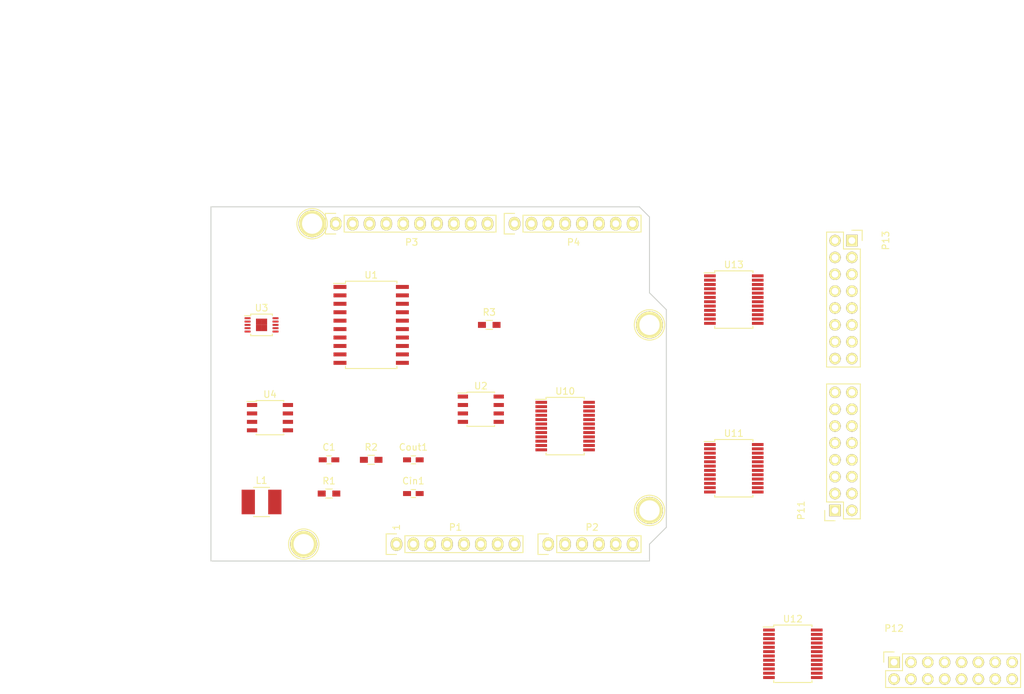
<source format=kicad_pcb>
(kicad_pcb (version 4) (host pcbnew 4.0.1-stable)

  (general
    (links 135)
    (no_connects 135)
    (area 104.572999 71.392 233.643001 146.56)
    (thickness 1.6)
    (drawings 32)
    (tracks 0)
    (zones 0)
    (modules 26)
    (nets 110)
  )

  (page A4)
  (title_block
    (date "lun. 30 mars 2015")
  )

  (layers
    (0 F.Cu signal)
    (31 B.Cu signal)
    (32 B.Adhes user)
    (33 F.Adhes user)
    (34 B.Paste user)
    (35 F.Paste user)
    (36 B.SilkS user)
    (37 F.SilkS user)
    (38 B.Mask user)
    (39 F.Mask user)
    (40 Dwgs.User user)
    (41 Cmts.User user)
    (42 Eco1.User user)
    (43 Eco2.User user)
    (44 Edge.Cuts user)
    (45 Margin user)
    (46 B.CrtYd user)
    (47 F.CrtYd user)
    (48 B.Fab user)
    (49 F.Fab user)
  )

  (setup
    (last_trace_width 0.25)
    (trace_clearance 0.2)
    (zone_clearance 0.508)
    (zone_45_only no)
    (trace_min 0.2)
    (segment_width 0.15)
    (edge_width 0.15)
    (via_size 0.6)
    (via_drill 0.4)
    (via_min_size 0.4)
    (via_min_drill 0.3)
    (uvia_size 0.3)
    (uvia_drill 0.1)
    (uvias_allowed no)
    (uvia_min_size 0.2)
    (uvia_min_drill 0.1)
    (pcb_text_width 0.3)
    (pcb_text_size 1.5 1.5)
    (mod_edge_width 0.15)
    (mod_text_size 1 1)
    (mod_text_width 0.15)
    (pad_size 4.064 4.064)
    (pad_drill 3.048)
    (pad_to_mask_clearance 0)
    (aux_axis_origin 110.998 126.365)
    (grid_origin 110.998 126.365)
    (visible_elements 7FFFFFFF)
    (pcbplotparams
      (layerselection 0x00030_80000001)
      (usegerberextensions false)
      (excludeedgelayer true)
      (linewidth 0.100000)
      (plotframeref false)
      (viasonmask false)
      (mode 1)
      (useauxorigin false)
      (hpglpennumber 1)
      (hpglpenspeed 20)
      (hpglpendiameter 15)
      (hpglpenoverlay 2)
      (psnegative false)
      (psa4output false)
      (plotreference true)
      (plotvalue true)
      (plotinvisibletext false)
      (padsonsilk false)
      (subtractmaskfromsilk false)
      (outputformat 1)
      (mirror false)
      (drillshape 1)
      (scaleselection 1)
      (outputdirectory ""))
  )

  (net 0 "")
  (net 1 /IOREF)
  (net 2 /Reset)
  (net 3 GND)
  (net 4 /Vin)
  (net 5 /A0)
  (net 6 /A1)
  (net 7 /A2)
  (net 8 /A3)
  (net 9 /AREF)
  (net 10 "/9(**)")
  (net 11 /8)
  (net 12 /7)
  (net 13 "/6(**)")
  (net 14 "/5(**)")
  (net 15 /4)
  (net 16 "/3(**)")
  (net 17 /2)
  (net 18 "/1(Tx)")
  (net 19 "/0(Rx)")
  (net 20 "Net-(P5-Pad1)")
  (net 21 "Net-(P6-Pad1)")
  (net 22 "Net-(P7-Pad1)")
  (net 23 "Net-(P8-Pad1)")
  (net 24 "/13(SCK)")
  (net 25 "/10(**/SS)")
  (net 26 "Net-(P1-Pad1)")
  (net 27 "/12(MISO)")
  (net 28 "/11(**/MOSI)")
  (net 29 "Net-(C1-Pad2)")
  (net 30 /+5.0V)
  (net 31 "Net-(L1-Pad2)")
  (net 32 /+3.3V)
  (net 33 "Net-(P11-Pad1)")
  (net 34 "Net-(P11-Pad2)")
  (net 35 "Net-(P11-Pad3)")
  (net 36 "Net-(P11-Pad4)")
  (net 37 "Net-(P11-Pad5)")
  (net 38 "Net-(P11-Pad6)")
  (net 39 "Net-(P11-Pad7)")
  (net 40 "Net-(P11-Pad8)")
  (net 41 "Net-(P11-Pad9)")
  (net 42 "Net-(P11-Pad10)")
  (net 43 "Net-(P11-Pad11)")
  (net 44 "Net-(P11-Pad12)")
  (net 45 "Net-(P11-Pad13)")
  (net 46 "Net-(P11-Pad14)")
  (net 47 "Net-(P11-Pad15)")
  (net 48 "Net-(P11-Pad16)")
  (net 49 "Net-(P12-Pad1)")
  (net 50 "Net-(P12-Pad2)")
  (net 51 "Net-(P12-Pad3)")
  (net 52 "Net-(P12-Pad4)")
  (net 53 "Net-(P12-Pad5)")
  (net 54 "Net-(P12-Pad6)")
  (net 55 "Net-(P12-Pad7)")
  (net 56 "Net-(P12-Pad8)")
  (net 57 "Net-(P12-Pad9)")
  (net 58 "Net-(P12-Pad10)")
  (net 59 "Net-(P12-Pad11)")
  (net 60 "Net-(P12-Pad12)")
  (net 61 "Net-(P12-Pad13)")
  (net 62 "Net-(P12-Pad14)")
  (net 63 "Net-(P12-Pad15)")
  (net 64 "Net-(P12-Pad16)")
  (net 65 "Net-(P13-Pad1)")
  (net 66 "Net-(P13-Pad2)")
  (net 67 "Net-(P13-Pad3)")
  (net 68 "Net-(P13-Pad4)")
  (net 69 "Net-(P13-Pad5)")
  (net 70 "Net-(P13-Pad6)")
  (net 71 "Net-(P13-Pad7)")
  (net 72 "Net-(P13-Pad8)")
  (net 73 "Net-(P13-Pad9)")
  (net 74 "Net-(P13-Pad10)")
  (net 75 "Net-(P13-Pad11)")
  (net 76 "Net-(P13-Pad12)")
  (net 77 "Net-(P13-Pad13)")
  (net 78 "Net-(P13-Pad14)")
  (net 79 "Net-(P13-Pad15)")
  (net 80 "Net-(P13-Pad16)")
  (net 81 "Net-(R2-Pad2)")
  (net 82 "Net-(U1-Pad11)")
  (net 83 "Net-(U1-Pad12)")
  (net 84 "Net-(U1-Pad13)")
  (net 85 "Net-(U1-Pad14)")
  (net 86 "Net-(U1-Pad17)")
  (net 87 "Net-(U1-Pad18)")
  (net 88 "Net-(U1-Pad19)")
  (net 89 "Net-(U1-Pad20)")
  (net 90 "Net-(U10-Pad1)")
  (net 91 "Net-(U3-Pad7)")
  (net 92 "Net-(U3-Pad10)")
  (net 93 "Net-(U4-Pad7)")
  (net 94 "Net-(U10-Pad2)")
  (net 95 "Net-(U10-Pad3)")
  (net 96 "Net-(U10-Pad4)")
  (net 97 "Net-(U10-Pad5)")
  (net 98 "Net-(U10-Pad6)")
  (net 99 "Net-(U10-Pad7)")
  (net 100 "Net-(U10-Pad8)")
  (net 101 "Net-(U10-Pad9)")
  (net 102 "Net-(U10-Pad16)")
  (net 103 "Net-(U10-Pad17)")
  (net 104 "Net-(U10-Pad18)")
  (net 105 "Net-(U10-Pad19)")
  (net 106 "Net-(U10-Pad20)")
  (net 107 "Net-(U10-Pad21)")
  (net 108 "Net-(U10-Pad22)")
  (net 109 "Net-(U10-Pad23)")

  (net_class Default "This is the default net class."
    (clearance 0.2)
    (trace_width 0.25)
    (via_dia 0.6)
    (via_drill 0.4)
    (uvia_dia 0.3)
    (uvia_drill 0.1)
    (add_net /+3.3V)
    (add_net /+5.0V)
    (add_net "/0(Rx)")
    (add_net "/1(Tx)")
    (add_net "/10(**/SS)")
    (add_net "/11(**/MOSI)")
    (add_net "/12(MISO)")
    (add_net "/13(SCK)")
    (add_net /2)
    (add_net "/3(**)")
    (add_net /4)
    (add_net "/5(**)")
    (add_net "/6(**)")
    (add_net /7)
    (add_net /8)
    (add_net "/9(**)")
    (add_net /A0)
    (add_net /A1)
    (add_net /A2)
    (add_net /A3)
    (add_net /AREF)
    (add_net /IOREF)
    (add_net /Reset)
    (add_net /Vin)
    (add_net GND)
    (add_net "Net-(C1-Pad2)")
    (add_net "Net-(L1-Pad2)")
    (add_net "Net-(P1-Pad1)")
    (add_net "Net-(P11-Pad1)")
    (add_net "Net-(P11-Pad10)")
    (add_net "Net-(P11-Pad11)")
    (add_net "Net-(P11-Pad12)")
    (add_net "Net-(P11-Pad13)")
    (add_net "Net-(P11-Pad14)")
    (add_net "Net-(P11-Pad15)")
    (add_net "Net-(P11-Pad16)")
    (add_net "Net-(P11-Pad2)")
    (add_net "Net-(P11-Pad3)")
    (add_net "Net-(P11-Pad4)")
    (add_net "Net-(P11-Pad5)")
    (add_net "Net-(P11-Pad6)")
    (add_net "Net-(P11-Pad7)")
    (add_net "Net-(P11-Pad8)")
    (add_net "Net-(P11-Pad9)")
    (add_net "Net-(P12-Pad1)")
    (add_net "Net-(P12-Pad10)")
    (add_net "Net-(P12-Pad11)")
    (add_net "Net-(P12-Pad12)")
    (add_net "Net-(P12-Pad13)")
    (add_net "Net-(P12-Pad14)")
    (add_net "Net-(P12-Pad15)")
    (add_net "Net-(P12-Pad16)")
    (add_net "Net-(P12-Pad2)")
    (add_net "Net-(P12-Pad3)")
    (add_net "Net-(P12-Pad4)")
    (add_net "Net-(P12-Pad5)")
    (add_net "Net-(P12-Pad6)")
    (add_net "Net-(P12-Pad7)")
    (add_net "Net-(P12-Pad8)")
    (add_net "Net-(P12-Pad9)")
    (add_net "Net-(P13-Pad1)")
    (add_net "Net-(P13-Pad10)")
    (add_net "Net-(P13-Pad11)")
    (add_net "Net-(P13-Pad12)")
    (add_net "Net-(P13-Pad13)")
    (add_net "Net-(P13-Pad14)")
    (add_net "Net-(P13-Pad15)")
    (add_net "Net-(P13-Pad16)")
    (add_net "Net-(P13-Pad2)")
    (add_net "Net-(P13-Pad3)")
    (add_net "Net-(P13-Pad4)")
    (add_net "Net-(P13-Pad5)")
    (add_net "Net-(P13-Pad6)")
    (add_net "Net-(P13-Pad7)")
    (add_net "Net-(P13-Pad8)")
    (add_net "Net-(P13-Pad9)")
    (add_net "Net-(P5-Pad1)")
    (add_net "Net-(P6-Pad1)")
    (add_net "Net-(P7-Pad1)")
    (add_net "Net-(P8-Pad1)")
    (add_net "Net-(R2-Pad2)")
    (add_net "Net-(U1-Pad11)")
    (add_net "Net-(U1-Pad12)")
    (add_net "Net-(U1-Pad13)")
    (add_net "Net-(U1-Pad14)")
    (add_net "Net-(U1-Pad17)")
    (add_net "Net-(U1-Pad18)")
    (add_net "Net-(U1-Pad19)")
    (add_net "Net-(U1-Pad20)")
    (add_net "Net-(U10-Pad1)")
    (add_net "Net-(U10-Pad16)")
    (add_net "Net-(U10-Pad17)")
    (add_net "Net-(U10-Pad18)")
    (add_net "Net-(U10-Pad19)")
    (add_net "Net-(U10-Pad2)")
    (add_net "Net-(U10-Pad20)")
    (add_net "Net-(U10-Pad21)")
    (add_net "Net-(U10-Pad22)")
    (add_net "Net-(U10-Pad23)")
    (add_net "Net-(U10-Pad3)")
    (add_net "Net-(U10-Pad4)")
    (add_net "Net-(U10-Pad5)")
    (add_net "Net-(U10-Pad6)")
    (add_net "Net-(U10-Pad7)")
    (add_net "Net-(U10-Pad8)")
    (add_net "Net-(U10-Pad9)")
    (add_net "Net-(U3-Pad10)")
    (add_net "Net-(U3-Pad7)")
    (add_net "Net-(U4-Pad7)")
  )

  (module Socket_Arduino_Uno:Socket_Strip_Arduino_1x08 locked (layer F.Cu) (tedit 552168D2) (tstamp 551AF9EA)
    (at 138.938 123.825)
    (descr "Through hole socket strip")
    (tags "socket strip")
    (path /5517C2C1)
    (fp_text reference P1 (at 8.89 -2.54) (layer F.SilkS)
      (effects (font (size 1 1) (thickness 0.15)))
    )
    (fp_text value Power (at 8.89 -4.064) (layer F.Fab)
      (effects (font (size 1 1) (thickness 0.15)))
    )
    (fp_line (start -1.75 -1.75) (end -1.75 1.75) (layer F.CrtYd) (width 0.05))
    (fp_line (start 19.55 -1.75) (end 19.55 1.75) (layer F.CrtYd) (width 0.05))
    (fp_line (start -1.75 -1.75) (end 19.55 -1.75) (layer F.CrtYd) (width 0.05))
    (fp_line (start -1.75 1.75) (end 19.55 1.75) (layer F.CrtYd) (width 0.05))
    (fp_line (start 1.27 1.27) (end 19.05 1.27) (layer F.SilkS) (width 0.15))
    (fp_line (start 19.05 1.27) (end 19.05 -1.27) (layer F.SilkS) (width 0.15))
    (fp_line (start 19.05 -1.27) (end 1.27 -1.27) (layer F.SilkS) (width 0.15))
    (fp_line (start -1.55 1.55) (end 0 1.55) (layer F.SilkS) (width 0.15))
    (fp_line (start 1.27 1.27) (end 1.27 -1.27) (layer F.SilkS) (width 0.15))
    (fp_line (start 0 -1.55) (end -1.55 -1.55) (layer F.SilkS) (width 0.15))
    (fp_line (start -1.55 -1.55) (end -1.55 1.55) (layer F.SilkS) (width 0.15))
    (pad 1 thru_hole oval (at 0 0) (size 1.7272 2.032) (drill 1.016) (layers *.Cu *.Mask F.SilkS)
      (net 26 "Net-(P1-Pad1)"))
    (pad 2 thru_hole oval (at 2.54 0) (size 1.7272 2.032) (drill 1.016) (layers *.Cu *.Mask F.SilkS)
      (net 1 /IOREF))
    (pad 3 thru_hole oval (at 5.08 0) (size 1.7272 2.032) (drill 1.016) (layers *.Cu *.Mask F.SilkS)
      (net 2 /Reset))
    (pad 4 thru_hole oval (at 7.62 0) (size 1.7272 2.032) (drill 1.016) (layers *.Cu *.Mask F.SilkS)
      (net 32 /+3.3V))
    (pad 5 thru_hole oval (at 10.16 0) (size 1.7272 2.032) (drill 1.016) (layers *.Cu *.Mask F.SilkS)
      (net 30 /+5.0V))
    (pad 6 thru_hole oval (at 12.7 0) (size 1.7272 2.032) (drill 1.016) (layers *.Cu *.Mask F.SilkS)
      (net 3 GND))
    (pad 7 thru_hole oval (at 15.24 0) (size 1.7272 2.032) (drill 1.016) (layers *.Cu *.Mask F.SilkS)
      (net 3 GND))
    (pad 8 thru_hole oval (at 17.78 0) (size 1.7272 2.032) (drill 1.016) (layers *.Cu *.Mask F.SilkS)
      (net 4 /Vin))
    (model ${KIPRJMOD}/Socket_Arduino_Uno.3dshapes/Socket_header_Arduino_1x08.wrl
      (at (xyz 0.35 0 0))
      (scale (xyz 1 1 1))
      (rotate (xyz 0 0 180))
    )
  )

  (module Socket_Arduino_Uno:Socket_Strip_Arduino_1x06 locked (layer F.Cu) (tedit 552168D6) (tstamp 551AF9FF)
    (at 161.798 123.825)
    (descr "Through hole socket strip")
    (tags "socket strip")
    (path /5517C323)
    (fp_text reference P2 (at 6.604 -2.54) (layer F.SilkS)
      (effects (font (size 1 1) (thickness 0.15)))
    )
    (fp_text value Analog (at 6.604 -4.064) (layer F.Fab)
      (effects (font (size 1 1) (thickness 0.15)))
    )
    (fp_line (start -1.75 -1.75) (end -1.75 1.75) (layer F.CrtYd) (width 0.05))
    (fp_line (start 14.45 -1.75) (end 14.45 1.75) (layer F.CrtYd) (width 0.05))
    (fp_line (start -1.75 -1.75) (end 14.45 -1.75) (layer F.CrtYd) (width 0.05))
    (fp_line (start -1.75 1.75) (end 14.45 1.75) (layer F.CrtYd) (width 0.05))
    (fp_line (start 1.27 1.27) (end 13.97 1.27) (layer F.SilkS) (width 0.15))
    (fp_line (start 13.97 1.27) (end 13.97 -1.27) (layer F.SilkS) (width 0.15))
    (fp_line (start 13.97 -1.27) (end 1.27 -1.27) (layer F.SilkS) (width 0.15))
    (fp_line (start -1.55 1.55) (end 0 1.55) (layer F.SilkS) (width 0.15))
    (fp_line (start 1.27 1.27) (end 1.27 -1.27) (layer F.SilkS) (width 0.15))
    (fp_line (start 0 -1.55) (end -1.55 -1.55) (layer F.SilkS) (width 0.15))
    (fp_line (start -1.55 -1.55) (end -1.55 1.55) (layer F.SilkS) (width 0.15))
    (pad 1 thru_hole oval (at 0 0) (size 1.7272 2.032) (drill 1.016) (layers *.Cu *.Mask F.SilkS)
      (net 5 /A0))
    (pad 2 thru_hole oval (at 2.54 0) (size 1.7272 2.032) (drill 1.016) (layers *.Cu *.Mask F.SilkS)
      (net 6 /A1))
    (pad 3 thru_hole oval (at 5.08 0) (size 1.7272 2.032) (drill 1.016) (layers *.Cu *.Mask F.SilkS)
      (net 7 /A2))
    (pad 4 thru_hole oval (at 7.62 0) (size 1.7272 2.032) (drill 1.016) (layers *.Cu *.Mask F.SilkS)
      (net 8 /A3))
    (pad 5 thru_hole oval (at 10.16 0) (size 1.7272 2.032) (drill 1.016) (layers *.Cu *.Mask F.SilkS)
      (net 30 /+5.0V))
    (pad 6 thru_hole oval (at 12.7 0) (size 1.7272 2.032) (drill 1.016) (layers *.Cu *.Mask F.SilkS)
      (net 32 /+3.3V))
    (model ${KIPRJMOD}/Socket_Arduino_Uno.3dshapes/Socket_header_Arduino_1x06.wrl
      (at (xyz 0.25 0 0))
      (scale (xyz 1 1 1))
      (rotate (xyz 0 0 180))
    )
  )

  (module Socket_Arduino_Uno:Socket_Strip_Arduino_1x10 locked (layer F.Cu) (tedit 552168BF) (tstamp 551AFA18)
    (at 129.794 75.565)
    (descr "Through hole socket strip")
    (tags "socket strip")
    (path /5517C46C)
    (fp_text reference P3 (at 11.43 2.794) (layer F.SilkS)
      (effects (font (size 1 1) (thickness 0.15)))
    )
    (fp_text value Digital (at 11.43 4.318) (layer F.Fab)
      (effects (font (size 1 1) (thickness 0.15)))
    )
    (fp_line (start -1.75 -1.75) (end -1.75 1.75) (layer F.CrtYd) (width 0.05))
    (fp_line (start 24.65 -1.75) (end 24.65 1.75) (layer F.CrtYd) (width 0.05))
    (fp_line (start -1.75 -1.75) (end 24.65 -1.75) (layer F.CrtYd) (width 0.05))
    (fp_line (start -1.75 1.75) (end 24.65 1.75) (layer F.CrtYd) (width 0.05))
    (fp_line (start 1.27 1.27) (end 24.13 1.27) (layer F.SilkS) (width 0.15))
    (fp_line (start 24.13 1.27) (end 24.13 -1.27) (layer F.SilkS) (width 0.15))
    (fp_line (start 24.13 -1.27) (end 1.27 -1.27) (layer F.SilkS) (width 0.15))
    (fp_line (start -1.55 1.55) (end 0 1.55) (layer F.SilkS) (width 0.15))
    (fp_line (start 1.27 1.27) (end 1.27 -1.27) (layer F.SilkS) (width 0.15))
    (fp_line (start 0 -1.55) (end -1.55 -1.55) (layer F.SilkS) (width 0.15))
    (fp_line (start -1.55 -1.55) (end -1.55 1.55) (layer F.SilkS) (width 0.15))
    (pad 1 thru_hole oval (at 0 0) (size 1.7272 2.032) (drill 1.016) (layers *.Cu *.Mask F.SilkS)
      (net 32 /+3.3V))
    (pad 2 thru_hole oval (at 2.54 0) (size 1.7272 2.032) (drill 1.016) (layers *.Cu *.Mask F.SilkS)
      (net 30 /+5.0V))
    (pad 3 thru_hole oval (at 5.08 0) (size 1.7272 2.032) (drill 1.016) (layers *.Cu *.Mask F.SilkS)
      (net 9 /AREF))
    (pad 4 thru_hole oval (at 7.62 0) (size 1.7272 2.032) (drill 1.016) (layers *.Cu *.Mask F.SilkS)
      (net 3 GND))
    (pad 5 thru_hole oval (at 10.16 0) (size 1.7272 2.032) (drill 1.016) (layers *.Cu *.Mask F.SilkS)
      (net 24 "/13(SCK)"))
    (pad 6 thru_hole oval (at 12.7 0) (size 1.7272 2.032) (drill 1.016) (layers *.Cu *.Mask F.SilkS)
      (net 27 "/12(MISO)"))
    (pad 7 thru_hole oval (at 15.24 0) (size 1.7272 2.032) (drill 1.016) (layers *.Cu *.Mask F.SilkS)
      (net 28 "/11(**/MOSI)"))
    (pad 8 thru_hole oval (at 17.78 0) (size 1.7272 2.032) (drill 1.016) (layers *.Cu *.Mask F.SilkS)
      (net 25 "/10(**/SS)"))
    (pad 9 thru_hole oval (at 20.32 0) (size 1.7272 2.032) (drill 1.016) (layers *.Cu *.Mask F.SilkS)
      (net 10 "/9(**)"))
    (pad 10 thru_hole oval (at 22.86 0) (size 1.7272 2.032) (drill 1.016) (layers *.Cu *.Mask F.SilkS)
      (net 11 /8))
    (model ${KIPRJMOD}/Socket_Arduino_Uno.3dshapes/Socket_header_Arduino_1x10.wrl
      (at (xyz 0.45 0 0))
      (scale (xyz 1 1 1))
      (rotate (xyz 0 0 180))
    )
  )

  (module Socket_Arduino_Uno:Socket_Strip_Arduino_1x08 locked (layer F.Cu) (tedit 552168C7) (tstamp 551AFA2F)
    (at 156.718 75.565)
    (descr "Through hole socket strip")
    (tags "socket strip")
    (path /5517C366)
    (fp_text reference P4 (at 8.89 2.794) (layer F.SilkS)
      (effects (font (size 1 1) (thickness 0.15)))
    )
    (fp_text value Digital (at 8.89 4.318) (layer F.Fab)
      (effects (font (size 1 1) (thickness 0.15)))
    )
    (fp_line (start -1.75 -1.75) (end -1.75 1.75) (layer F.CrtYd) (width 0.05))
    (fp_line (start 19.55 -1.75) (end 19.55 1.75) (layer F.CrtYd) (width 0.05))
    (fp_line (start -1.75 -1.75) (end 19.55 -1.75) (layer F.CrtYd) (width 0.05))
    (fp_line (start -1.75 1.75) (end 19.55 1.75) (layer F.CrtYd) (width 0.05))
    (fp_line (start 1.27 1.27) (end 19.05 1.27) (layer F.SilkS) (width 0.15))
    (fp_line (start 19.05 1.27) (end 19.05 -1.27) (layer F.SilkS) (width 0.15))
    (fp_line (start 19.05 -1.27) (end 1.27 -1.27) (layer F.SilkS) (width 0.15))
    (fp_line (start -1.55 1.55) (end 0 1.55) (layer F.SilkS) (width 0.15))
    (fp_line (start 1.27 1.27) (end 1.27 -1.27) (layer F.SilkS) (width 0.15))
    (fp_line (start 0 -1.55) (end -1.55 -1.55) (layer F.SilkS) (width 0.15))
    (fp_line (start -1.55 -1.55) (end -1.55 1.55) (layer F.SilkS) (width 0.15))
    (pad 1 thru_hole oval (at 0 0) (size 1.7272 2.032) (drill 1.016) (layers *.Cu *.Mask F.SilkS)
      (net 12 /7))
    (pad 2 thru_hole oval (at 2.54 0) (size 1.7272 2.032) (drill 1.016) (layers *.Cu *.Mask F.SilkS)
      (net 13 "/6(**)"))
    (pad 3 thru_hole oval (at 5.08 0) (size 1.7272 2.032) (drill 1.016) (layers *.Cu *.Mask F.SilkS)
      (net 14 "/5(**)"))
    (pad 4 thru_hole oval (at 7.62 0) (size 1.7272 2.032) (drill 1.016) (layers *.Cu *.Mask F.SilkS)
      (net 15 /4))
    (pad 5 thru_hole oval (at 10.16 0) (size 1.7272 2.032) (drill 1.016) (layers *.Cu *.Mask F.SilkS)
      (net 16 "/3(**)"))
    (pad 6 thru_hole oval (at 12.7 0) (size 1.7272 2.032) (drill 1.016) (layers *.Cu *.Mask F.SilkS)
      (net 17 /2))
    (pad 7 thru_hole oval (at 15.24 0) (size 1.7272 2.032) (drill 1.016) (layers *.Cu *.Mask F.SilkS)
      (net 18 "/1(Tx)"))
    (pad 8 thru_hole oval (at 17.78 0) (size 1.7272 2.032) (drill 1.016) (layers *.Cu *.Mask F.SilkS)
      (net 19 "/0(Rx)"))
    (model ${KIPRJMOD}/Socket_Arduino_Uno.3dshapes/Socket_header_Arduino_1x08.wrl
      (at (xyz 0.35 0 0))
      (scale (xyz 1 1 1))
      (rotate (xyz 0 0 180))
    )
  )

  (module Socket_Arduino_Uno:Arduino_1pin locked (layer F.Cu) (tedit 5524FC39) (tstamp 5524FC3F)
    (at 124.968 123.825)
    (descr "module 1 pin (ou trou mecanique de percage)")
    (tags DEV)
    (path /551BBC06)
    (fp_text reference P5 (at 0 -3.048) (layer F.SilkS) hide
      (effects (font (size 1 1) (thickness 0.15)))
    )
    (fp_text value CONN_1 (at 0 2.794) (layer F.Fab) hide
      (effects (font (size 1 1) (thickness 0.15)))
    )
    (fp_circle (center 0 0) (end 0 -2.286) (layer F.SilkS) (width 0.15))
    (pad 1 thru_hole circle (at 0 0) (size 4.064 4.064) (drill 3.048) (layers *.Cu *.Mask F.SilkS)
      (net 20 "Net-(P5-Pad1)"))
  )

  (module Socket_Arduino_Uno:Arduino_1pin locked (layer F.Cu) (tedit 5524FC4A) (tstamp 5524FC44)
    (at 177.038 118.745)
    (descr "module 1 pin (ou trou mecanique de percage)")
    (tags DEV)
    (path /551BBD10)
    (fp_text reference P6 (at 0 -3.048) (layer F.SilkS) hide
      (effects (font (size 1 1) (thickness 0.15)))
    )
    (fp_text value CONN_1 (at 0 2.794) (layer F.Fab) hide
      (effects (font (size 1 1) (thickness 0.15)))
    )
    (fp_circle (center 0 0) (end 0 -2.286) (layer F.SilkS) (width 0.15))
    (pad 1 thru_hole circle (at 0 0) (size 4.064 4.064) (drill 3.048) (layers *.Cu *.Mask F.SilkS)
      (net 21 "Net-(P6-Pad1)"))
  )

  (module Socket_Arduino_Uno:Arduino_1pin locked (layer F.Cu) (tedit 5524FC2F) (tstamp 5524FC49)
    (at 126.238 75.565)
    (descr "module 1 pin (ou trou mecanique de percage)")
    (tags DEV)
    (path /551BBD30)
    (fp_text reference P7 (at 0 -3.048) (layer F.SilkS) hide
      (effects (font (size 1 1) (thickness 0.15)))
    )
    (fp_text value CONN_1 (at 0 2.794) (layer F.Fab) hide
      (effects (font (size 1 1) (thickness 0.15)))
    )
    (fp_circle (center 0 0) (end 0 -2.286) (layer F.SilkS) (width 0.15))
    (pad 1 thru_hole circle (at 0 0) (size 4.064 4.064) (drill 3.048) (layers *.Cu *.Mask F.SilkS)
      (net 22 "Net-(P7-Pad1)"))
  )

  (module Socket_Arduino_Uno:Arduino_1pin locked (layer F.Cu) (tedit 5524FC41) (tstamp 5524FC4E)
    (at 177.038 90.805)
    (descr "module 1 pin (ou trou mecanique de percage)")
    (tags DEV)
    (path /551BBD52)
    (fp_text reference P8 (at 0 -3.048) (layer F.SilkS) hide
      (effects (font (size 1 1) (thickness 0.15)))
    )
    (fp_text value CONN_1 (at 0 2.794) (layer F.Fab) hide
      (effects (font (size 1 1) (thickness 0.15)))
    )
    (fp_circle (center 0 0) (end 0 -2.286) (layer F.SilkS) (width 0.15))
    (pad 1 thru_hole circle (at 0 0) (size 4.064 4.064) (drill 3.048) (layers *.Cu *.Mask F.SilkS)
      (net 23 "Net-(P8-Pad1)"))
  )

  (module Capacitors_SMD:C_0603_HandSoldering (layer F.Cu) (tedit 541A9B4D) (tstamp 56F3FB3D)
    (at 128.778 111.125)
    (descr "Capacitor SMD 0603, hand soldering")
    (tags "capacitor 0603")
    (path /56FA6C38)
    (attr smd)
    (fp_text reference C1 (at 0 -1.9) (layer F.SilkS)
      (effects (font (size 1 1) (thickness 0.15)))
    )
    (fp_text value 100nF (at 0 1.9) (layer F.Fab)
      (effects (font (size 1 1) (thickness 0.15)))
    )
    (fp_line (start -1.85 -0.75) (end 1.85 -0.75) (layer F.CrtYd) (width 0.05))
    (fp_line (start -1.85 0.75) (end 1.85 0.75) (layer F.CrtYd) (width 0.05))
    (fp_line (start -1.85 -0.75) (end -1.85 0.75) (layer F.CrtYd) (width 0.05))
    (fp_line (start 1.85 -0.75) (end 1.85 0.75) (layer F.CrtYd) (width 0.05))
    (fp_line (start -0.35 -0.6) (end 0.35 -0.6) (layer F.SilkS) (width 0.15))
    (fp_line (start 0.35 0.6) (end -0.35 0.6) (layer F.SilkS) (width 0.15))
    (pad 1 smd rect (at -0.95 0) (size 1.2 0.75) (layers F.Cu F.Paste F.Mask)
      (net 9 /AREF))
    (pad 2 smd rect (at 0.95 0) (size 1.2 0.75) (layers F.Cu F.Paste F.Mask)
      (net 29 "Net-(C1-Pad2)"))
    (model Capacitors_SMD.3dshapes/C_0603_HandSoldering.wrl
      (at (xyz 0 0 0))
      (scale (xyz 1 1 1))
      (rotate (xyz 0 0 0))
    )
  )

  (module Capacitors_SMD:C_0603_HandSoldering (layer F.Cu) (tedit 541A9B4D) (tstamp 56F3FB43)
    (at 141.478 116.205)
    (descr "Capacitor SMD 0603, hand soldering")
    (tags "capacitor 0603")
    (path /56F7F48A)
    (attr smd)
    (fp_text reference Cin1 (at 0 -1.9) (layer F.SilkS)
      (effects (font (size 1 1) (thickness 0.15)))
    )
    (fp_text value 100nF (at 0 1.9) (layer F.Fab)
      (effects (font (size 1 1) (thickness 0.15)))
    )
    (fp_line (start -1.85 -0.75) (end 1.85 -0.75) (layer F.CrtYd) (width 0.05))
    (fp_line (start -1.85 0.75) (end 1.85 0.75) (layer F.CrtYd) (width 0.05))
    (fp_line (start -1.85 -0.75) (end -1.85 0.75) (layer F.CrtYd) (width 0.05))
    (fp_line (start 1.85 -0.75) (end 1.85 0.75) (layer F.CrtYd) (width 0.05))
    (fp_line (start -0.35 -0.6) (end 0.35 -0.6) (layer F.SilkS) (width 0.15))
    (fp_line (start 0.35 0.6) (end -0.35 0.6) (layer F.SilkS) (width 0.15))
    (pad 1 smd rect (at -0.95 0) (size 1.2 0.75) (layers F.Cu F.Paste F.Mask)
      (net 3 GND))
    (pad 2 smd rect (at 0.95 0) (size 1.2 0.75) (layers F.Cu F.Paste F.Mask)
      (net 30 /+5.0V))
    (model Capacitors_SMD.3dshapes/C_0603_HandSoldering.wrl
      (at (xyz 0 0 0))
      (scale (xyz 1 1 1))
      (rotate (xyz 0 0 0))
    )
  )

  (module Capacitors_SMD:C_0603_HandSoldering (layer F.Cu) (tedit 541A9B4D) (tstamp 56F3FB49)
    (at 141.478 111.125)
    (descr "Capacitor SMD 0603, hand soldering")
    (tags "capacitor 0603")
    (path /56FA757A)
    (attr smd)
    (fp_text reference Cout1 (at 0 -1.9) (layer F.SilkS)
      (effects (font (size 1 1) (thickness 0.15)))
    )
    (fp_text value 100nF (at 0 1.9) (layer F.Fab)
      (effects (font (size 1 1) (thickness 0.15)))
    )
    (fp_line (start -1.85 -0.75) (end 1.85 -0.75) (layer F.CrtYd) (width 0.05))
    (fp_line (start -1.85 0.75) (end 1.85 0.75) (layer F.CrtYd) (width 0.05))
    (fp_line (start -1.85 -0.75) (end -1.85 0.75) (layer F.CrtYd) (width 0.05))
    (fp_line (start 1.85 -0.75) (end 1.85 0.75) (layer F.CrtYd) (width 0.05))
    (fp_line (start -0.35 -0.6) (end 0.35 -0.6) (layer F.SilkS) (width 0.15))
    (fp_line (start 0.35 0.6) (end -0.35 0.6) (layer F.SilkS) (width 0.15))
    (pad 1 smd rect (at -0.95 0) (size 1.2 0.75) (layers F.Cu F.Paste F.Mask)
      (net 9 /AREF))
    (pad 2 smd rect (at 0.95 0) (size 1.2 0.75) (layers F.Cu F.Paste F.Mask)
      (net 3 GND))
    (model Capacitors_SMD.3dshapes/C_0603_HandSoldering.wrl
      (at (xyz 0 0 0))
      (scale (xyz 1 1 1))
      (rotate (xyz 0 0 0))
    )
  )

  (module Inductors:NR4018_HandSoldering (layer F.Cu) (tedit 56525EEF) (tstamp 56F3FB4F)
    (at 118.618 117.475 180)
    (descr http://www.yuden.co.jp/productdata/catalog/en/wound04_e.pdf)
    (path /56FA4B82)
    (attr smd)
    (fp_text reference L1 (at 0 3.25 180) (layer F.SilkS)
      (effects (font (size 1 1) (thickness 0.15)))
    )
    (fp_text value 1uH (at 0 -3.2 180) (layer F.Fab)
      (effects (font (size 1 1) (thickness 0.15)))
    )
    (fp_line (start -3.5 2.4) (end -3.5 -2.4) (layer F.CrtYd) (width 0.05))
    (fp_line (start 3.5 2.4) (end -3.5 2.4) (layer F.CrtYd) (width 0.05))
    (fp_line (start 3.5 -2.4) (end 3.5 2.4) (layer F.CrtYd) (width 0.05))
    (fp_line (start -3.5 -2.4) (end 3.5 -2.4) (layer F.CrtYd) (width 0.05))
    (fp_line (start -1.2 -2.2) (end 1.2 -2.2) (layer F.SilkS) (width 0.15))
    (fp_line (start 1.2 2.2) (end -1.2 2.2) (layer F.SilkS) (width 0.15))
    (pad 1 smd rect (at -2 0 180) (size 2 3.7) (layers F.Cu F.Paste F.Mask)
      (net 9 /AREF))
    (pad 2 smd rect (at 2 0 180) (size 2 3.7) (layers F.Cu F.Paste F.Mask)
      (net 31 "Net-(L1-Pad2)"))
  )

  (module Socket_Strips:Socket_Strip_Straight_2x08 (layer F.Cu) (tedit 0) (tstamp 56F3FB63)
    (at 204.978 118.745 90)
    (descr "Through hole socket strip")
    (tags "socket strip")
    (path /56F40CD8)
    (fp_text reference P11 (at 0 -5.1 90) (layer F.SilkS)
      (effects (font (size 1 1) (thickness 0.15)))
    )
    (fp_text value CONN_02X08 (at 0 -3.1 90) (layer F.Fab)
      (effects (font (size 1 1) (thickness 0.15)))
    )
    (fp_line (start -1.75 -1.75) (end -1.75 4.3) (layer F.CrtYd) (width 0.05))
    (fp_line (start 19.55 -1.75) (end 19.55 4.3) (layer F.CrtYd) (width 0.05))
    (fp_line (start -1.75 -1.75) (end 19.55 -1.75) (layer F.CrtYd) (width 0.05))
    (fp_line (start -1.75 4.3) (end 19.55 4.3) (layer F.CrtYd) (width 0.05))
    (fp_line (start 19.05 3.81) (end -1.27 3.81) (layer F.SilkS) (width 0.15))
    (fp_line (start 1.27 -1.27) (end 19.05 -1.27) (layer F.SilkS) (width 0.15))
    (fp_line (start 19.05 3.81) (end 19.05 -1.27) (layer F.SilkS) (width 0.15))
    (fp_line (start -1.27 3.81) (end -1.27 1.27) (layer F.SilkS) (width 0.15))
    (fp_line (start 0 -1.55) (end -1.55 -1.55) (layer F.SilkS) (width 0.15))
    (fp_line (start -1.27 1.27) (end 1.27 1.27) (layer F.SilkS) (width 0.15))
    (fp_line (start 1.27 1.27) (end 1.27 -1.27) (layer F.SilkS) (width 0.15))
    (fp_line (start -1.55 -1.55) (end -1.55 0) (layer F.SilkS) (width 0.15))
    (pad 1 thru_hole rect (at 0 0 90) (size 1.7272 1.7272) (drill 1.016) (layers *.Cu *.Mask F.SilkS)
      (net 33 "Net-(P11-Pad1)"))
    (pad 2 thru_hole oval (at 0 2.54 90) (size 1.7272 1.7272) (drill 1.016) (layers *.Cu *.Mask F.SilkS)
      (net 34 "Net-(P11-Pad2)"))
    (pad 3 thru_hole oval (at 2.54 0 90) (size 1.7272 1.7272) (drill 1.016) (layers *.Cu *.Mask F.SilkS)
      (net 35 "Net-(P11-Pad3)"))
    (pad 4 thru_hole oval (at 2.54 2.54 90) (size 1.7272 1.7272) (drill 1.016) (layers *.Cu *.Mask F.SilkS)
      (net 36 "Net-(P11-Pad4)"))
    (pad 5 thru_hole oval (at 5.08 0 90) (size 1.7272 1.7272) (drill 1.016) (layers *.Cu *.Mask F.SilkS)
      (net 37 "Net-(P11-Pad5)"))
    (pad 6 thru_hole oval (at 5.08 2.54 90) (size 1.7272 1.7272) (drill 1.016) (layers *.Cu *.Mask F.SilkS)
      (net 38 "Net-(P11-Pad6)"))
    (pad 7 thru_hole oval (at 7.62 0 90) (size 1.7272 1.7272) (drill 1.016) (layers *.Cu *.Mask F.SilkS)
      (net 39 "Net-(P11-Pad7)"))
    (pad 8 thru_hole oval (at 7.62 2.54 90) (size 1.7272 1.7272) (drill 1.016) (layers *.Cu *.Mask F.SilkS)
      (net 40 "Net-(P11-Pad8)"))
    (pad 9 thru_hole oval (at 10.16 0 90) (size 1.7272 1.7272) (drill 1.016) (layers *.Cu *.Mask F.SilkS)
      (net 41 "Net-(P11-Pad9)"))
    (pad 10 thru_hole oval (at 10.16 2.54 90) (size 1.7272 1.7272) (drill 1.016) (layers *.Cu *.Mask F.SilkS)
      (net 42 "Net-(P11-Pad10)"))
    (pad 11 thru_hole oval (at 12.7 0 90) (size 1.7272 1.7272) (drill 1.016) (layers *.Cu *.Mask F.SilkS)
      (net 43 "Net-(P11-Pad11)"))
    (pad 12 thru_hole oval (at 12.7 2.54 90) (size 1.7272 1.7272) (drill 1.016) (layers *.Cu *.Mask F.SilkS)
      (net 44 "Net-(P11-Pad12)"))
    (pad 13 thru_hole oval (at 15.24 0 90) (size 1.7272 1.7272) (drill 1.016) (layers *.Cu *.Mask F.SilkS)
      (net 45 "Net-(P11-Pad13)"))
    (pad 14 thru_hole oval (at 15.24 2.54 90) (size 1.7272 1.7272) (drill 1.016) (layers *.Cu *.Mask F.SilkS)
      (net 46 "Net-(P11-Pad14)"))
    (pad 15 thru_hole oval (at 17.78 0 90) (size 1.7272 1.7272) (drill 1.016) (layers *.Cu *.Mask F.SilkS)
      (net 47 "Net-(P11-Pad15)"))
    (pad 16 thru_hole oval (at 17.78 2.54 90) (size 1.7272 1.7272) (drill 1.016) (layers *.Cu *.Mask F.SilkS)
      (net 48 "Net-(P11-Pad16)"))
    (model Socket_Strips.3dshapes/Socket_Strip_Straight_2x08.wrl
      (at (xyz 0.35 -0.05 0))
      (scale (xyz 1 1 1))
      (rotate (xyz 0 0 180))
    )
  )

  (module Socket_Strips:Socket_Strip_Straight_2x08 (layer F.Cu) (tedit 0) (tstamp 56F3FB77)
    (at 213.868 141.605)
    (descr "Through hole socket strip")
    (tags "socket strip")
    (path /56F42012)
    (fp_text reference P12 (at 0 -5.1) (layer F.SilkS)
      (effects (font (size 1 1) (thickness 0.15)))
    )
    (fp_text value CONN_02X08 (at 0 -3.1) (layer F.Fab)
      (effects (font (size 1 1) (thickness 0.15)))
    )
    (fp_line (start -1.75 -1.75) (end -1.75 4.3) (layer F.CrtYd) (width 0.05))
    (fp_line (start 19.55 -1.75) (end 19.55 4.3) (layer F.CrtYd) (width 0.05))
    (fp_line (start -1.75 -1.75) (end 19.55 -1.75) (layer F.CrtYd) (width 0.05))
    (fp_line (start -1.75 4.3) (end 19.55 4.3) (layer F.CrtYd) (width 0.05))
    (fp_line (start 19.05 3.81) (end -1.27 3.81) (layer F.SilkS) (width 0.15))
    (fp_line (start 1.27 -1.27) (end 19.05 -1.27) (layer F.SilkS) (width 0.15))
    (fp_line (start 19.05 3.81) (end 19.05 -1.27) (layer F.SilkS) (width 0.15))
    (fp_line (start -1.27 3.81) (end -1.27 1.27) (layer F.SilkS) (width 0.15))
    (fp_line (start 0 -1.55) (end -1.55 -1.55) (layer F.SilkS) (width 0.15))
    (fp_line (start -1.27 1.27) (end 1.27 1.27) (layer F.SilkS) (width 0.15))
    (fp_line (start 1.27 1.27) (end 1.27 -1.27) (layer F.SilkS) (width 0.15))
    (fp_line (start -1.55 -1.55) (end -1.55 0) (layer F.SilkS) (width 0.15))
    (pad 1 thru_hole rect (at 0 0) (size 1.7272 1.7272) (drill 1.016) (layers *.Cu *.Mask F.SilkS)
      (net 49 "Net-(P12-Pad1)"))
    (pad 2 thru_hole oval (at 0 2.54) (size 1.7272 1.7272) (drill 1.016) (layers *.Cu *.Mask F.SilkS)
      (net 50 "Net-(P12-Pad2)"))
    (pad 3 thru_hole oval (at 2.54 0) (size 1.7272 1.7272) (drill 1.016) (layers *.Cu *.Mask F.SilkS)
      (net 51 "Net-(P12-Pad3)"))
    (pad 4 thru_hole oval (at 2.54 2.54) (size 1.7272 1.7272) (drill 1.016) (layers *.Cu *.Mask F.SilkS)
      (net 52 "Net-(P12-Pad4)"))
    (pad 5 thru_hole oval (at 5.08 0) (size 1.7272 1.7272) (drill 1.016) (layers *.Cu *.Mask F.SilkS)
      (net 53 "Net-(P12-Pad5)"))
    (pad 6 thru_hole oval (at 5.08 2.54) (size 1.7272 1.7272) (drill 1.016) (layers *.Cu *.Mask F.SilkS)
      (net 54 "Net-(P12-Pad6)"))
    (pad 7 thru_hole oval (at 7.62 0) (size 1.7272 1.7272) (drill 1.016) (layers *.Cu *.Mask F.SilkS)
      (net 55 "Net-(P12-Pad7)"))
    (pad 8 thru_hole oval (at 7.62 2.54) (size 1.7272 1.7272) (drill 1.016) (layers *.Cu *.Mask F.SilkS)
      (net 56 "Net-(P12-Pad8)"))
    (pad 9 thru_hole oval (at 10.16 0) (size 1.7272 1.7272) (drill 1.016) (layers *.Cu *.Mask F.SilkS)
      (net 57 "Net-(P12-Pad9)"))
    (pad 10 thru_hole oval (at 10.16 2.54) (size 1.7272 1.7272) (drill 1.016) (layers *.Cu *.Mask F.SilkS)
      (net 58 "Net-(P12-Pad10)"))
    (pad 11 thru_hole oval (at 12.7 0) (size 1.7272 1.7272) (drill 1.016) (layers *.Cu *.Mask F.SilkS)
      (net 59 "Net-(P12-Pad11)"))
    (pad 12 thru_hole oval (at 12.7 2.54) (size 1.7272 1.7272) (drill 1.016) (layers *.Cu *.Mask F.SilkS)
      (net 60 "Net-(P12-Pad12)"))
    (pad 13 thru_hole oval (at 15.24 0) (size 1.7272 1.7272) (drill 1.016) (layers *.Cu *.Mask F.SilkS)
      (net 61 "Net-(P12-Pad13)"))
    (pad 14 thru_hole oval (at 15.24 2.54) (size 1.7272 1.7272) (drill 1.016) (layers *.Cu *.Mask F.SilkS)
      (net 62 "Net-(P12-Pad14)"))
    (pad 15 thru_hole oval (at 17.78 0) (size 1.7272 1.7272) (drill 1.016) (layers *.Cu *.Mask F.SilkS)
      (net 63 "Net-(P12-Pad15)"))
    (pad 16 thru_hole oval (at 17.78 2.54) (size 1.7272 1.7272) (drill 1.016) (layers *.Cu *.Mask F.SilkS)
      (net 64 "Net-(P12-Pad16)"))
    (model Socket_Strips.3dshapes/Socket_Strip_Straight_2x08.wrl
      (at (xyz 0.35 -0.05 0))
      (scale (xyz 1 1 1))
      (rotate (xyz 0 0 180))
    )
  )

  (module Socket_Strips:Socket_Strip_Straight_2x08 (layer F.Cu) (tedit 0) (tstamp 56F3FB8B)
    (at 207.518 78.105 270)
    (descr "Through hole socket strip")
    (tags "socket strip")
    (path /56F42083)
    (fp_text reference P13 (at 0 -5.1 270) (layer F.SilkS)
      (effects (font (size 1 1) (thickness 0.15)))
    )
    (fp_text value CONN_02X08 (at 0 -3.1 270) (layer F.Fab)
      (effects (font (size 1 1) (thickness 0.15)))
    )
    (fp_line (start -1.75 -1.75) (end -1.75 4.3) (layer F.CrtYd) (width 0.05))
    (fp_line (start 19.55 -1.75) (end 19.55 4.3) (layer F.CrtYd) (width 0.05))
    (fp_line (start -1.75 -1.75) (end 19.55 -1.75) (layer F.CrtYd) (width 0.05))
    (fp_line (start -1.75 4.3) (end 19.55 4.3) (layer F.CrtYd) (width 0.05))
    (fp_line (start 19.05 3.81) (end -1.27 3.81) (layer F.SilkS) (width 0.15))
    (fp_line (start 1.27 -1.27) (end 19.05 -1.27) (layer F.SilkS) (width 0.15))
    (fp_line (start 19.05 3.81) (end 19.05 -1.27) (layer F.SilkS) (width 0.15))
    (fp_line (start -1.27 3.81) (end -1.27 1.27) (layer F.SilkS) (width 0.15))
    (fp_line (start 0 -1.55) (end -1.55 -1.55) (layer F.SilkS) (width 0.15))
    (fp_line (start -1.27 1.27) (end 1.27 1.27) (layer F.SilkS) (width 0.15))
    (fp_line (start 1.27 1.27) (end 1.27 -1.27) (layer F.SilkS) (width 0.15))
    (fp_line (start -1.55 -1.55) (end -1.55 0) (layer F.SilkS) (width 0.15))
    (pad 1 thru_hole rect (at 0 0 270) (size 1.7272 1.7272) (drill 1.016) (layers *.Cu *.Mask F.SilkS)
      (net 65 "Net-(P13-Pad1)"))
    (pad 2 thru_hole oval (at 0 2.54 270) (size 1.7272 1.7272) (drill 1.016) (layers *.Cu *.Mask F.SilkS)
      (net 66 "Net-(P13-Pad2)"))
    (pad 3 thru_hole oval (at 2.54 0 270) (size 1.7272 1.7272) (drill 1.016) (layers *.Cu *.Mask F.SilkS)
      (net 67 "Net-(P13-Pad3)"))
    (pad 4 thru_hole oval (at 2.54 2.54 270) (size 1.7272 1.7272) (drill 1.016) (layers *.Cu *.Mask F.SilkS)
      (net 68 "Net-(P13-Pad4)"))
    (pad 5 thru_hole oval (at 5.08 0 270) (size 1.7272 1.7272) (drill 1.016) (layers *.Cu *.Mask F.SilkS)
      (net 69 "Net-(P13-Pad5)"))
    (pad 6 thru_hole oval (at 5.08 2.54 270) (size 1.7272 1.7272) (drill 1.016) (layers *.Cu *.Mask F.SilkS)
      (net 70 "Net-(P13-Pad6)"))
    (pad 7 thru_hole oval (at 7.62 0 270) (size 1.7272 1.7272) (drill 1.016) (layers *.Cu *.Mask F.SilkS)
      (net 71 "Net-(P13-Pad7)"))
    (pad 8 thru_hole oval (at 7.62 2.54 270) (size 1.7272 1.7272) (drill 1.016) (layers *.Cu *.Mask F.SilkS)
      (net 72 "Net-(P13-Pad8)"))
    (pad 9 thru_hole oval (at 10.16 0 270) (size 1.7272 1.7272) (drill 1.016) (layers *.Cu *.Mask F.SilkS)
      (net 73 "Net-(P13-Pad9)"))
    (pad 10 thru_hole oval (at 10.16 2.54 270) (size 1.7272 1.7272) (drill 1.016) (layers *.Cu *.Mask F.SilkS)
      (net 74 "Net-(P13-Pad10)"))
    (pad 11 thru_hole oval (at 12.7 0 270) (size 1.7272 1.7272) (drill 1.016) (layers *.Cu *.Mask F.SilkS)
      (net 75 "Net-(P13-Pad11)"))
    (pad 12 thru_hole oval (at 12.7 2.54 270) (size 1.7272 1.7272) (drill 1.016) (layers *.Cu *.Mask F.SilkS)
      (net 76 "Net-(P13-Pad12)"))
    (pad 13 thru_hole oval (at 15.24 0 270) (size 1.7272 1.7272) (drill 1.016) (layers *.Cu *.Mask F.SilkS)
      (net 77 "Net-(P13-Pad13)"))
    (pad 14 thru_hole oval (at 15.24 2.54 270) (size 1.7272 1.7272) (drill 1.016) (layers *.Cu *.Mask F.SilkS)
      (net 78 "Net-(P13-Pad14)"))
    (pad 15 thru_hole oval (at 17.78 0 270) (size 1.7272 1.7272) (drill 1.016) (layers *.Cu *.Mask F.SilkS)
      (net 79 "Net-(P13-Pad15)"))
    (pad 16 thru_hole oval (at 17.78 2.54 270) (size 1.7272 1.7272) (drill 1.016) (layers *.Cu *.Mask F.SilkS)
      (net 80 "Net-(P13-Pad16)"))
    (model Socket_Strips.3dshapes/Socket_Strip_Straight_2x08.wrl
      (at (xyz 0.35 -0.05 0))
      (scale (xyz 1 1 1))
      (rotate (xyz 0 0 180))
    )
  )

  (module Resistors_SMD:R_0603_HandSoldering (layer F.Cu) (tedit 5418A00F) (tstamp 56F3FB91)
    (at 128.778 116.205)
    (descr "Resistor SMD 0603, hand soldering")
    (tags "resistor 0603")
    (path /56FA4CEE)
    (attr smd)
    (fp_text reference R1 (at 0 -1.9) (layer F.SilkS)
      (effects (font (size 1 1) (thickness 0.15)))
    )
    (fp_text value 1.2k (at 0 1.9) (layer F.Fab)
      (effects (font (size 1 1) (thickness 0.15)))
    )
    (fp_line (start -2 -0.8) (end 2 -0.8) (layer F.CrtYd) (width 0.05))
    (fp_line (start -2 0.8) (end 2 0.8) (layer F.CrtYd) (width 0.05))
    (fp_line (start -2 -0.8) (end -2 0.8) (layer F.CrtYd) (width 0.05))
    (fp_line (start 2 -0.8) (end 2 0.8) (layer F.CrtYd) (width 0.05))
    (fp_line (start 0.5 0.675) (end -0.5 0.675) (layer F.SilkS) (width 0.15))
    (fp_line (start -0.5 -0.675) (end 0.5 -0.675) (layer F.SilkS) (width 0.15))
    (pad 1 smd rect (at -1.1 0) (size 1.2 0.9) (layers F.Cu F.Paste F.Mask)
      (net 29 "Net-(C1-Pad2)"))
    (pad 2 smd rect (at 1.1 0) (size 1.2 0.9) (layers F.Cu F.Paste F.Mask)
      (net 3 GND))
    (model Resistors_SMD.3dshapes/R_0603_HandSoldering.wrl
      (at (xyz 0 0 0))
      (scale (xyz 1 1 1))
      (rotate (xyz 0 0 0))
    )
  )

  (module Resistors_SMD:R_0603_HandSoldering (layer F.Cu) (tedit 5418A00F) (tstamp 56F3FB97)
    (at 135.128 111.125)
    (descr "Resistor SMD 0603, hand soldering")
    (tags "resistor 0603")
    (path /56FA3A8E)
    (attr smd)
    (fp_text reference R2 (at 0 -1.9) (layer F.SilkS)
      (effects (font (size 1 1) (thickness 0.15)))
    )
    (fp_text value 10m (at 0 1.9) (layer F.Fab)
      (effects (font (size 1 1) (thickness 0.15)))
    )
    (fp_line (start -2 -0.8) (end 2 -0.8) (layer F.CrtYd) (width 0.05))
    (fp_line (start -2 0.8) (end 2 0.8) (layer F.CrtYd) (width 0.05))
    (fp_line (start -2 -0.8) (end -2 0.8) (layer F.CrtYd) (width 0.05))
    (fp_line (start 2 -0.8) (end 2 0.8) (layer F.CrtYd) (width 0.05))
    (fp_line (start 0.5 0.675) (end -0.5 0.675) (layer F.SilkS) (width 0.15))
    (fp_line (start -0.5 -0.675) (end 0.5 -0.675) (layer F.SilkS) (width 0.15))
    (pad 1 smd rect (at -1.1 0) (size 1.2 0.9) (layers F.Cu F.Paste F.Mask)
      (net 30 /+5.0V))
    (pad 2 smd rect (at 1.1 0) (size 1.2 0.9) (layers F.Cu F.Paste F.Mask)
      (net 81 "Net-(R2-Pad2)"))
    (model Resistors_SMD.3dshapes/R_0603_HandSoldering.wrl
      (at (xyz 0 0 0))
      (scale (xyz 1 1 1))
      (rotate (xyz 0 0 0))
    )
  )

  (module Resistors_SMD:R_0603_HandSoldering (layer F.Cu) (tedit 5418A00F) (tstamp 56F3FB9D)
    (at 152.908 90.805)
    (descr "Resistor SMD 0603, hand soldering")
    (tags "resistor 0603")
    (path /56F92BF0)
    (attr smd)
    (fp_text reference R3 (at 0 -1.9) (layer F.SilkS)
      (effects (font (size 1 1) (thickness 0.15)))
    )
    (fp_text value 10m (at 0 1.9) (layer F.Fab)
      (effects (font (size 1 1) (thickness 0.15)))
    )
    (fp_line (start -2 -0.8) (end 2 -0.8) (layer F.CrtYd) (width 0.05))
    (fp_line (start -2 0.8) (end 2 0.8) (layer F.CrtYd) (width 0.05))
    (fp_line (start -2 -0.8) (end -2 0.8) (layer F.CrtYd) (width 0.05))
    (fp_line (start 2 -0.8) (end 2 0.8) (layer F.CrtYd) (width 0.05))
    (fp_line (start 0.5 0.675) (end -0.5 0.675) (layer F.SilkS) (width 0.15))
    (fp_line (start -0.5 -0.675) (end 0.5 -0.675) (layer F.SilkS) (width 0.15))
    (pad 1 smd rect (at -1.1 0) (size 1.2 0.9) (layers F.Cu F.Paste F.Mask)
      (net 28 "/11(**/MOSI)"))
    (pad 2 smd rect (at 1.1 0) (size 1.2 0.9) (layers F.Cu F.Paste F.Mask)
      (net 27 "/12(MISO)"))
    (model Resistors_SMD.3dshapes/R_0603_HandSoldering.wrl
      (at (xyz 0 0 0))
      (scale (xyz 1 1 1))
      (rotate (xyz 0 0 0))
    )
  )

  (module Housings_SOIC:SOIC-20_7.5x12.8mm_Pitch1.27mm (layer F.Cu) (tedit 54130A77) (tstamp 56F3FBB5)
    (at 135.128 90.805)
    (descr "20-Lead Plastic Small Outline (SO) - Wide, 7.50 mm Body [SOIC] (see Microchip Packaging Specification 00000049BS.pdf)")
    (tags "SOIC 1.27")
    (path /56F2D18C)
    (attr smd)
    (fp_text reference U1 (at 0 -7.5) (layer F.SilkS)
      (effects (font (size 1 1) (thickness 0.15)))
    )
    (fp_text value ATTINY861-20SU (at 0 7.5) (layer F.Fab)
      (effects (font (size 1 1) (thickness 0.15)))
    )
    (fp_line (start -5.95 -6.75) (end -5.95 6.75) (layer F.CrtYd) (width 0.05))
    (fp_line (start 5.95 -6.75) (end 5.95 6.75) (layer F.CrtYd) (width 0.05))
    (fp_line (start -5.95 -6.75) (end 5.95 -6.75) (layer F.CrtYd) (width 0.05))
    (fp_line (start -5.95 6.75) (end 5.95 6.75) (layer F.CrtYd) (width 0.05))
    (fp_line (start -3.875 -6.575) (end -3.875 -6.24) (layer F.SilkS) (width 0.15))
    (fp_line (start 3.875 -6.575) (end 3.875 -6.24) (layer F.SilkS) (width 0.15))
    (fp_line (start 3.875 6.575) (end 3.875 6.24) (layer F.SilkS) (width 0.15))
    (fp_line (start -3.875 6.575) (end -3.875 6.24) (layer F.SilkS) (width 0.15))
    (fp_line (start -3.875 -6.575) (end 3.875 -6.575) (layer F.SilkS) (width 0.15))
    (fp_line (start -3.875 6.575) (end 3.875 6.575) (layer F.SilkS) (width 0.15))
    (fp_line (start -3.875 -6.24) (end -5.675 -6.24) (layer F.SilkS) (width 0.15))
    (pad 1 smd rect (at -4.7 -5.715) (size 1.95 0.6) (layers F.Cu F.Paste F.Mask)
      (net 27 "/12(MISO)"))
    (pad 2 smd rect (at -4.7 -4.445) (size 1.95 0.6) (layers F.Cu F.Paste F.Mask)
      (net 28 "/11(**/MOSI)"))
    (pad 3 smd rect (at -4.7 -3.175) (size 1.95 0.6) (layers F.Cu F.Paste F.Mask)
      (net 24 "/13(SCK)"))
    (pad 4 smd rect (at -4.7 -1.905) (size 1.95 0.6) (layers F.Cu F.Paste F.Mask)
      (net 11 /8))
    (pad 5 smd rect (at -4.7 -0.635) (size 1.95 0.6) (layers F.Cu F.Paste F.Mask)
      (net 30 /+5.0V))
    (pad 6 smd rect (at -4.7 0.635) (size 1.95 0.6) (layers F.Cu F.Paste F.Mask)
      (net 3 GND))
    (pad 7 smd rect (at -4.7 1.905) (size 1.95 0.6) (layers F.Cu F.Paste F.Mask)
      (net 81 "Net-(R2-Pad2)"))
    (pad 8 smd rect (at -4.7 3.175) (size 1.95 0.6) (layers F.Cu F.Paste F.Mask)
      (net 9 /AREF))
    (pad 9 smd rect (at -4.7 4.445) (size 1.95 0.6) (layers F.Cu F.Paste F.Mask)
      (net 32 /+3.3V))
    (pad 10 smd rect (at -4.7 5.715) (size 1.95 0.6) (layers F.Cu F.Paste F.Mask)
      (net 2 /Reset))
    (pad 11 smd rect (at 4.7 5.715) (size 1.95 0.6) (layers F.Cu F.Paste F.Mask)
      (net 82 "Net-(U1-Pad11)"))
    (pad 12 smd rect (at 4.7 4.445) (size 1.95 0.6) (layers F.Cu F.Paste F.Mask)
      (net 83 "Net-(U1-Pad12)"))
    (pad 13 smd rect (at 4.7 3.175) (size 1.95 0.6) (layers F.Cu F.Paste F.Mask)
      (net 84 "Net-(U1-Pad13)"))
    (pad 14 smd rect (at 4.7 1.905) (size 1.95 0.6) (layers F.Cu F.Paste F.Mask)
      (net 85 "Net-(U1-Pad14)"))
    (pad 15 smd rect (at 4.7 0.635) (size 1.95 0.6) (layers F.Cu F.Paste F.Mask)
      (net 30 /+5.0V))
    (pad 16 smd rect (at 4.7 -0.635) (size 1.95 0.6) (layers F.Cu F.Paste F.Mask)
      (net 3 GND))
    (pad 17 smd rect (at 4.7 -1.905) (size 1.95 0.6) (layers F.Cu F.Paste F.Mask)
      (net 86 "Net-(U1-Pad17)"))
    (pad 18 smd rect (at 4.7 -3.175) (size 1.95 0.6) (layers F.Cu F.Paste F.Mask)
      (net 87 "Net-(U1-Pad18)"))
    (pad 19 smd rect (at 4.7 -4.445) (size 1.95 0.6) (layers F.Cu F.Paste F.Mask)
      (net 88 "Net-(U1-Pad19)"))
    (pad 20 smd rect (at 4.7 -5.715) (size 1.95 0.6) (layers F.Cu F.Paste F.Mask)
      (net 89 "Net-(U1-Pad20)"))
    (model Housings_SOIC.3dshapes/SOIC-20_7.5x12.8mm_Pitch1.27mm.wrl
      (at (xyz 0 0 0))
      (scale (xyz 1 1 1))
      (rotate (xyz 0 0 0))
    )
  )

  (module Housings_SOIC:SOIC-8_3.9x4.9mm_Pitch1.27mm (layer F.Cu) (tedit 54130A77) (tstamp 56F3FBC1)
    (at 151.638 103.505)
    (descr "8-Lead Plastic Small Outline (SN) - Narrow, 3.90 mm Body [SOIC] (see Microchip Packaging Specification 00000049BS.pdf)")
    (tags "SOIC 1.27")
    (path /56EC3FD8)
    (attr smd)
    (fp_text reference U2 (at 0 -3.5) (layer F.SilkS)
      (effects (font (size 1 1) (thickness 0.15)))
    )
    (fp_text value LTC1864 (at 0 3.5) (layer F.Fab)
      (effects (font (size 1 1) (thickness 0.15)))
    )
    (fp_line (start -3.75 -2.75) (end -3.75 2.75) (layer F.CrtYd) (width 0.05))
    (fp_line (start 3.75 -2.75) (end 3.75 2.75) (layer F.CrtYd) (width 0.05))
    (fp_line (start -3.75 -2.75) (end 3.75 -2.75) (layer F.CrtYd) (width 0.05))
    (fp_line (start -3.75 2.75) (end 3.75 2.75) (layer F.CrtYd) (width 0.05))
    (fp_line (start -2.075 -2.575) (end -2.075 -2.43) (layer F.SilkS) (width 0.15))
    (fp_line (start 2.075 -2.575) (end 2.075 -2.43) (layer F.SilkS) (width 0.15))
    (fp_line (start 2.075 2.575) (end 2.075 2.43) (layer F.SilkS) (width 0.15))
    (fp_line (start -2.075 2.575) (end -2.075 2.43) (layer F.SilkS) (width 0.15))
    (fp_line (start -2.075 -2.575) (end 2.075 -2.575) (layer F.SilkS) (width 0.15))
    (fp_line (start -2.075 2.575) (end 2.075 2.575) (layer F.SilkS) (width 0.15))
    (fp_line (start -2.075 -2.43) (end -3.475 -2.43) (layer F.SilkS) (width 0.15))
    (pad 1 smd rect (at -2.7 -1.905) (size 1.55 0.6) (layers F.Cu F.Paste F.Mask)
      (net 9 /AREF))
    (pad 2 smd rect (at -2.7 -0.635) (size 1.55 0.6) (layers F.Cu F.Paste F.Mask)
      (net 90 "Net-(U10-Pad1)"))
    (pad 3 smd rect (at -2.7 0.635) (size 1.55 0.6) (layers F.Cu F.Paste F.Mask)
      (net 3 GND))
    (pad 4 smd rect (at -2.7 1.905) (size 1.55 0.6) (layers F.Cu F.Paste F.Mask)
      (net 3 GND))
    (pad 5 smd rect (at 2.7 1.905) (size 1.55 0.6) (layers F.Cu F.Paste F.Mask)
      (net 10 "/9(**)"))
    (pad 6 smd rect (at 2.7 0.635) (size 1.55 0.6) (layers F.Cu F.Paste F.Mask)
      (net 28 "/11(**/MOSI)"))
    (pad 7 smd rect (at 2.7 -0.635) (size 1.55 0.6) (layers F.Cu F.Paste F.Mask)
      (net 24 "/13(SCK)"))
    (pad 8 smd rect (at 2.7 -1.905) (size 1.55 0.6) (layers F.Cu F.Paste F.Mask)
      (net 30 /+5.0V))
    (model Housings_SOIC.3dshapes/SOIC-8_3.9x4.9mm_Pitch1.27mm.wrl
      (at (xyz 0 0 0))
      (scale (xyz 1 1 1))
      (rotate (xyz 0 0 0))
    )
  )

  (module Housings_SSOP:MSOP-10-1EP_3x3mm_Pitch0.5mm (layer F.Cu) (tedit 54130A77) (tstamp 56F3FBD3)
    (at 118.618 90.805)
    (descr "MSE Package; 10-Lead Plastic MSOP, Exposed Die Pad (see Linear Technology 05081664_I_MSE.pdf)")
    (tags "SSOP 0.5")
    (path /56F2D287)
    (attr smd)
    (fp_text reference U3 (at 0 -2.55) (layer F.SilkS)
      (effects (font (size 1 1) (thickness 0.15)))
    )
    (fp_text value LTC3407 (at 0 2.55) (layer F.Fab)
      (effects (font (size 1 1) (thickness 0.15)))
    )
    (fp_line (start -2.8 -1.8) (end -2.8 1.8) (layer F.CrtYd) (width 0.05))
    (fp_line (start 2.8 -1.8) (end 2.8 1.8) (layer F.CrtYd) (width 0.05))
    (fp_line (start -2.8 -1.8) (end 2.8 -1.8) (layer F.CrtYd) (width 0.05))
    (fp_line (start -2.8 1.8) (end 2.8 1.8) (layer F.CrtYd) (width 0.05))
    (fp_line (start -1.625 -1.625) (end -1.625 -1.3775) (layer F.SilkS) (width 0.15))
    (fp_line (start 1.625 -1.625) (end 1.625 -1.3775) (layer F.SilkS) (width 0.15))
    (fp_line (start 1.625 1.625) (end 1.625 1.3775) (layer F.SilkS) (width 0.15))
    (fp_line (start -1.625 1.625) (end -1.625 1.3775) (layer F.SilkS) (width 0.15))
    (fp_line (start -1.625 -1.625) (end 1.625 -1.625) (layer F.SilkS) (width 0.15))
    (fp_line (start -1.625 1.625) (end 1.625 1.625) (layer F.SilkS) (width 0.15))
    (fp_line (start -1.625 -1.3775) (end -2.55 -1.3775) (layer F.SilkS) (width 0.15))
    (pad 1 smd rect (at -2.105 -1) (size 0.89 0.305) (layers F.Cu F.Paste F.Mask)
      (net 29 "Net-(C1-Pad2)"))
    (pad 2 smd rect (at -2.105 -0.5) (size 0.89 0.305) (layers F.Cu F.Paste F.Mask)
      (net 30 /+5.0V))
    (pad 3 smd rect (at -2.105 0) (size 0.89 0.305) (layers F.Cu F.Paste F.Mask)
      (net 30 /+5.0V))
    (pad 4 smd rect (at -2.105 0.5) (size 0.89 0.305) (layers F.Cu F.Paste F.Mask)
      (net 31 "Net-(L1-Pad2)"))
    (pad 5 smd rect (at -2.105 1) (size 0.89 0.305) (layers F.Cu F.Paste F.Mask)
      (net 3 GND))
    (pad 6 smd rect (at 2.105 1) (size 0.89 0.305) (layers F.Cu F.Paste F.Mask)
      (net 30 /+5.0V))
    (pad 7 smd rect (at 2.105 0.5) (size 0.89 0.305) (layers F.Cu F.Paste F.Mask)
      (net 91 "Net-(U3-Pad7)"))
    (pad 8 smd rect (at 2.105 0) (size 0.89 0.305) (layers F.Cu F.Paste F.Mask)
      (net 81 "Net-(R2-Pad2)"))
    (pad 9 smd rect (at 2.105 -0.5) (size 0.89 0.305) (layers F.Cu F.Paste F.Mask)
      (net 3 GND))
    (pad 10 smd rect (at 2.105 -1) (size 0.89 0.305) (layers F.Cu F.Paste F.Mask)
      (net 92 "Net-(U3-Pad10)"))
    (pad 11 smd rect (at 0.42 0.47) (size 0.84 0.94) (layers F.Cu F.Paste F.Mask)
      (net 3 GND) (solder_paste_margin_ratio -0.2))
    (pad 11 smd rect (at 0.42 -0.47) (size 0.84 0.94) (layers F.Cu F.Paste F.Mask)
      (net 3 GND) (solder_paste_margin_ratio -0.2))
    (pad 11 smd rect (at -0.42 0.47) (size 0.84 0.94) (layers F.Cu F.Paste F.Mask)
      (net 3 GND) (solder_paste_margin_ratio -0.2))
    (pad 11 smd rect (at -0.42 -0.47) (size 0.84 0.94) (layers F.Cu F.Paste F.Mask)
      (net 3 GND) (solder_paste_margin_ratio -0.2))
    (model Housings_SSOP.3dshapes/MSOP-10-1EP_3x3mm_Pitch0.5mm.wrl
      (at (xyz 0 0 0))
      (scale (xyz 1 1 1))
      (rotate (xyz 0 0 0))
    )
  )

  (module Housings_SOIC:SOIC-8_3.9x4.9mm_Pitch1.27mm (layer F.Cu) (tedit 54130A77) (tstamp 56F3FBDF)
    (at 119.888 104.775)
    (descr "8-Lead Plastic Small Outline (SN) - Narrow, 3.90 mm Body [SOIC] (see Microchip Packaging Specification 00000049BS.pdf)")
    (tags "SOIC 1.27")
    (path /56F2D2D0)
    (attr smd)
    (fp_text reference U4 (at 0 -3.5) (layer F.SilkS)
      (effects (font (size 1 1) (thickness 0.15)))
    )
    (fp_text value MCP4161 (at 0 3.5) (layer F.Fab)
      (effects (font (size 1 1) (thickness 0.15)))
    )
    (fp_line (start -3.75 -2.75) (end -3.75 2.75) (layer F.CrtYd) (width 0.05))
    (fp_line (start 3.75 -2.75) (end 3.75 2.75) (layer F.CrtYd) (width 0.05))
    (fp_line (start -3.75 -2.75) (end 3.75 -2.75) (layer F.CrtYd) (width 0.05))
    (fp_line (start -3.75 2.75) (end 3.75 2.75) (layer F.CrtYd) (width 0.05))
    (fp_line (start -2.075 -2.575) (end -2.075 -2.43) (layer F.SilkS) (width 0.15))
    (fp_line (start 2.075 -2.575) (end 2.075 -2.43) (layer F.SilkS) (width 0.15))
    (fp_line (start 2.075 2.575) (end 2.075 2.43) (layer F.SilkS) (width 0.15))
    (fp_line (start -2.075 2.575) (end -2.075 2.43) (layer F.SilkS) (width 0.15))
    (fp_line (start -2.075 -2.575) (end 2.075 -2.575) (layer F.SilkS) (width 0.15))
    (fp_line (start -2.075 2.575) (end 2.075 2.575) (layer F.SilkS) (width 0.15))
    (fp_line (start -2.075 -2.43) (end -3.475 -2.43) (layer F.SilkS) (width 0.15))
    (pad 1 smd rect (at -2.7 -1.905) (size 1.55 0.6) (layers F.Cu F.Paste F.Mask)
      (net 25 "/10(**/SS)"))
    (pad 2 smd rect (at -2.7 -0.635) (size 1.55 0.6) (layers F.Cu F.Paste F.Mask)
      (net 24 "/13(SCK)"))
    (pad 3 smd rect (at -2.7 0.635) (size 1.55 0.6) (layers F.Cu F.Paste F.Mask)
      (net 28 "/11(**/MOSI)"))
    (pad 4 smd rect (at -2.7 1.905) (size 1.55 0.6) (layers F.Cu F.Paste F.Mask)
      (net 3 GND))
    (pad 5 smd rect (at 2.7 1.905) (size 1.55 0.6) (layers F.Cu F.Paste F.Mask)
      (net 29 "Net-(C1-Pad2)"))
    (pad 6 smd rect (at 2.7 0.635) (size 1.55 0.6) (layers F.Cu F.Paste F.Mask)
      (net 9 /AREF))
    (pad 7 smd rect (at 2.7 -0.635) (size 1.55 0.6) (layers F.Cu F.Paste F.Mask)
      (net 93 "Net-(U4-Pad7)"))
    (pad 8 smd rect (at 2.7 -1.905) (size 1.55 0.6) (layers F.Cu F.Paste F.Mask)
      (net 30 /+5.0V))
    (model Housings_SOIC.3dshapes/SOIC-8_3.9x4.9mm_Pitch1.27mm.wrl
      (at (xyz 0 0 0))
      (scale (xyz 1 1 1))
      (rotate (xyz 0 0 0))
    )
  )

  (module Housings_SSOP:SSOP-24_5.3x8.2mm_Pitch0.65mm (layer F.Cu) (tedit 54130A77) (tstamp 56F3FBFB)
    (at 164.338 106.045)
    (descr "24-Lead Plastic Shrink Small Outline (SS)-5.30 mm Body [SSOP] (see Microchip Packaging Specification 00000049BS.pdf)")
    (tags "SSOP 0.65")
    (path /56F2D240)
    (attr smd)
    (fp_text reference U10 (at 0 -5.25) (layer F.SilkS)
      (effects (font (size 1 1) (thickness 0.15)))
    )
    (fp_text value CD74HC4067 (at 0 5.25) (layer F.Fab)
      (effects (font (size 1 1) (thickness 0.15)))
    )
    (fp_line (start -4.75 -4.5) (end -4.75 4.5) (layer F.CrtYd) (width 0.05))
    (fp_line (start 4.75 -4.5) (end 4.75 4.5) (layer F.CrtYd) (width 0.05))
    (fp_line (start -4.75 -4.5) (end 4.75 -4.5) (layer F.CrtYd) (width 0.05))
    (fp_line (start -4.75 4.5) (end 4.75 4.5) (layer F.CrtYd) (width 0.05))
    (fp_line (start -2.875 -4.325) (end -2.875 -4.025) (layer F.SilkS) (width 0.15))
    (fp_line (start 2.875 -4.325) (end 2.875 -4.025) (layer F.SilkS) (width 0.15))
    (fp_line (start 2.875 4.325) (end 2.875 4.025) (layer F.SilkS) (width 0.15))
    (fp_line (start -2.875 4.325) (end -2.875 4.025) (layer F.SilkS) (width 0.15))
    (fp_line (start -2.875 -4.325) (end 2.875 -4.325) (layer F.SilkS) (width 0.15))
    (fp_line (start -2.875 4.325) (end 2.875 4.325) (layer F.SilkS) (width 0.15))
    (fp_line (start -2.875 -4.025) (end -4.475 -4.025) (layer F.SilkS) (width 0.15))
    (pad 1 smd rect (at -3.6 -3.575) (size 1.75 0.45) (layers F.Cu F.Paste F.Mask)
      (net 90 "Net-(U10-Pad1)"))
    (pad 2 smd rect (at -3.6 -2.925) (size 1.75 0.45) (layers F.Cu F.Paste F.Mask)
      (net 94 "Net-(U10-Pad2)"))
    (pad 3 smd rect (at -3.6 -2.275) (size 1.75 0.45) (layers F.Cu F.Paste F.Mask)
      (net 95 "Net-(U10-Pad3)"))
    (pad 4 smd rect (at -3.6 -1.625) (size 1.75 0.45) (layers F.Cu F.Paste F.Mask)
      (net 96 "Net-(U10-Pad4)"))
    (pad 5 smd rect (at -3.6 -0.975) (size 1.75 0.45) (layers F.Cu F.Paste F.Mask)
      (net 97 "Net-(U10-Pad5)"))
    (pad 6 smd rect (at -3.6 -0.325) (size 1.75 0.45) (layers F.Cu F.Paste F.Mask)
      (net 98 "Net-(U10-Pad6)"))
    (pad 7 smd rect (at -3.6 0.325) (size 1.75 0.45) (layers F.Cu F.Paste F.Mask)
      (net 99 "Net-(U10-Pad7)"))
    (pad 8 smd rect (at -3.6 0.975) (size 1.75 0.45) (layers F.Cu F.Paste F.Mask)
      (net 100 "Net-(U10-Pad8)"))
    (pad 9 smd rect (at -3.6 1.625) (size 1.75 0.45) (layers F.Cu F.Paste F.Mask)
      (net 101 "Net-(U10-Pad9)"))
    (pad 10 smd rect (at -3.6 2.275) (size 1.75 0.45) (layers F.Cu F.Paste F.Mask)
      (net 85 "Net-(U1-Pad14)"))
    (pad 11 smd rect (at -3.6 2.925) (size 1.75 0.45) (layers F.Cu F.Paste F.Mask)
      (net 84 "Net-(U1-Pad13)"))
    (pad 12 smd rect (at -3.6 3.575) (size 1.75 0.45) (layers F.Cu F.Paste F.Mask)
      (net 3 GND))
    (pad 13 smd rect (at 3.6 3.575) (size 1.75 0.45) (layers F.Cu F.Paste F.Mask)
      (net 82 "Net-(U1-Pad11)"))
    (pad 14 smd rect (at 3.6 2.925) (size 1.75 0.45) (layers F.Cu F.Paste F.Mask)
      (net 83 "Net-(U1-Pad12)"))
    (pad 15 smd rect (at 3.6 2.275) (size 1.75 0.45) (layers F.Cu F.Paste F.Mask)
      (net 11 /8))
    (pad 16 smd rect (at 3.6 1.625) (size 1.75 0.45) (layers F.Cu F.Paste F.Mask)
      (net 102 "Net-(U10-Pad16)"))
    (pad 17 smd rect (at 3.6 0.975) (size 1.75 0.45) (layers F.Cu F.Paste F.Mask)
      (net 103 "Net-(U10-Pad17)"))
    (pad 18 smd rect (at 3.6 0.325) (size 1.75 0.45) (layers F.Cu F.Paste F.Mask)
      (net 104 "Net-(U10-Pad18)"))
    (pad 19 smd rect (at 3.6 -0.325) (size 1.75 0.45) (layers F.Cu F.Paste F.Mask)
      (net 105 "Net-(U10-Pad19)"))
    (pad 20 smd rect (at 3.6 -0.975) (size 1.75 0.45) (layers F.Cu F.Paste F.Mask)
      (net 106 "Net-(U10-Pad20)"))
    (pad 21 smd rect (at 3.6 -1.625) (size 1.75 0.45) (layers F.Cu F.Paste F.Mask)
      (net 107 "Net-(U10-Pad21)"))
    (pad 22 smd rect (at 3.6 -2.275) (size 1.75 0.45) (layers F.Cu F.Paste F.Mask)
      (net 108 "Net-(U10-Pad22)"))
    (pad 23 smd rect (at 3.6 -2.925) (size 1.75 0.45) (layers F.Cu F.Paste F.Mask)
      (net 109 "Net-(U10-Pad23)"))
    (pad 24 smd rect (at 3.6 -3.575) (size 1.75 0.45) (layers F.Cu F.Paste F.Mask)
      (net 30 /+5.0V))
    (model Housings_SSOP.3dshapes/SSOP-24_5.3x8.2mm_Pitch0.65mm.wrl
      (at (xyz 0 0 0))
      (scale (xyz 1 1 1))
      (rotate (xyz 0 0 0))
    )
  )

  (module Housings_SSOP:SSOP-24_5.3x8.2mm_Pitch0.65mm (layer F.Cu) (tedit 54130A77) (tstamp 56F3FC17)
    (at 189.738 112.395)
    (descr "24-Lead Plastic Shrink Small Outline (SS)-5.30 mm Body [SSOP] (see Microchip Packaging Specification 00000049BS.pdf)")
    (tags "SSOP 0.65")
    (path /56F30E0E)
    (attr smd)
    (fp_text reference U11 (at 0 -5.25) (layer F.SilkS)
      (effects (font (size 1 1) (thickness 0.15)))
    )
    (fp_text value CD74HC4067 (at 0 5.25) (layer F.Fab)
      (effects (font (size 1 1) (thickness 0.15)))
    )
    (fp_line (start -4.75 -4.5) (end -4.75 4.5) (layer F.CrtYd) (width 0.05))
    (fp_line (start 4.75 -4.5) (end 4.75 4.5) (layer F.CrtYd) (width 0.05))
    (fp_line (start -4.75 -4.5) (end 4.75 -4.5) (layer F.CrtYd) (width 0.05))
    (fp_line (start -4.75 4.5) (end 4.75 4.5) (layer F.CrtYd) (width 0.05))
    (fp_line (start -2.875 -4.325) (end -2.875 -4.025) (layer F.SilkS) (width 0.15))
    (fp_line (start 2.875 -4.325) (end 2.875 -4.025) (layer F.SilkS) (width 0.15))
    (fp_line (start 2.875 4.325) (end 2.875 4.025) (layer F.SilkS) (width 0.15))
    (fp_line (start -2.875 4.325) (end -2.875 4.025) (layer F.SilkS) (width 0.15))
    (fp_line (start -2.875 -4.325) (end 2.875 -4.325) (layer F.SilkS) (width 0.15))
    (fp_line (start -2.875 4.325) (end 2.875 4.325) (layer F.SilkS) (width 0.15))
    (fp_line (start -2.875 -4.025) (end -4.475 -4.025) (layer F.SilkS) (width 0.15))
    (pad 1 smd rect (at -3.6 -3.575) (size 1.75 0.45) (layers F.Cu F.Paste F.Mask)
      (net 101 "Net-(U10-Pad9)"))
    (pad 2 smd rect (at -3.6 -2.925) (size 1.75 0.45) (layers F.Cu F.Paste F.Mask)
      (net 40 "Net-(P11-Pad8)"))
    (pad 3 smd rect (at -3.6 -2.275) (size 1.75 0.45) (layers F.Cu F.Paste F.Mask)
      (net 39 "Net-(P11-Pad7)"))
    (pad 4 smd rect (at -3.6 -1.625) (size 1.75 0.45) (layers F.Cu F.Paste F.Mask)
      (net 38 "Net-(P11-Pad6)"))
    (pad 5 smd rect (at -3.6 -0.975) (size 1.75 0.45) (layers F.Cu F.Paste F.Mask)
      (net 37 "Net-(P11-Pad5)"))
    (pad 6 smd rect (at -3.6 -0.325) (size 1.75 0.45) (layers F.Cu F.Paste F.Mask)
      (net 36 "Net-(P11-Pad4)"))
    (pad 7 smd rect (at -3.6 0.325) (size 1.75 0.45) (layers F.Cu F.Paste F.Mask)
      (net 35 "Net-(P11-Pad3)"))
    (pad 8 smd rect (at -3.6 0.975) (size 1.75 0.45) (layers F.Cu F.Paste F.Mask)
      (net 34 "Net-(P11-Pad2)"))
    (pad 9 smd rect (at -3.6 1.625) (size 1.75 0.45) (layers F.Cu F.Paste F.Mask)
      (net 33 "Net-(P11-Pad1)"))
    (pad 10 smd rect (at -3.6 2.275) (size 1.75 0.45) (layers F.Cu F.Paste F.Mask)
      (net 89 "Net-(U1-Pad20)"))
    (pad 11 smd rect (at -3.6 2.925) (size 1.75 0.45) (layers F.Cu F.Paste F.Mask)
      (net 88 "Net-(U1-Pad19)"))
    (pad 12 smd rect (at -3.6 3.575) (size 1.75 0.45) (layers F.Cu F.Paste F.Mask)
      (net 3 GND))
    (pad 13 smd rect (at 3.6 3.575) (size 1.75 0.45) (layers F.Cu F.Paste F.Mask)
      (net 86 "Net-(U1-Pad17)"))
    (pad 14 smd rect (at 3.6 2.925) (size 1.75 0.45) (layers F.Cu F.Paste F.Mask)
      (net 87 "Net-(U1-Pad18)"))
    (pad 15 smd rect (at 3.6 2.275) (size 1.75 0.45) (layers F.Cu F.Paste F.Mask)
      (net 11 /8))
    (pad 16 smd rect (at 3.6 1.625) (size 1.75 0.45) (layers F.Cu F.Paste F.Mask)
      (net 48 "Net-(P11-Pad16)"))
    (pad 17 smd rect (at 3.6 0.975) (size 1.75 0.45) (layers F.Cu F.Paste F.Mask)
      (net 47 "Net-(P11-Pad15)"))
    (pad 18 smd rect (at 3.6 0.325) (size 1.75 0.45) (layers F.Cu F.Paste F.Mask)
      (net 46 "Net-(P11-Pad14)"))
    (pad 19 smd rect (at 3.6 -0.325) (size 1.75 0.45) (layers F.Cu F.Paste F.Mask)
      (net 45 "Net-(P11-Pad13)"))
    (pad 20 smd rect (at 3.6 -0.975) (size 1.75 0.45) (layers F.Cu F.Paste F.Mask)
      (net 44 "Net-(P11-Pad12)"))
    (pad 21 smd rect (at 3.6 -1.625) (size 1.75 0.45) (layers F.Cu F.Paste F.Mask)
      (net 43 "Net-(P11-Pad11)"))
    (pad 22 smd rect (at 3.6 -2.275) (size 1.75 0.45) (layers F.Cu F.Paste F.Mask)
      (net 42 "Net-(P11-Pad10)"))
    (pad 23 smd rect (at 3.6 -2.925) (size 1.75 0.45) (layers F.Cu F.Paste F.Mask)
      (net 41 "Net-(P11-Pad9)"))
    (pad 24 smd rect (at 3.6 -3.575) (size 1.75 0.45) (layers F.Cu F.Paste F.Mask)
      (net 30 /+5.0V))
    (model Housings_SSOP.3dshapes/SSOP-24_5.3x8.2mm_Pitch0.65mm.wrl
      (at (xyz 0 0 0))
      (scale (xyz 1 1 1))
      (rotate (xyz 0 0 0))
    )
  )

  (module Housings_SSOP:SSOP-24_5.3x8.2mm_Pitch0.65mm (layer F.Cu) (tedit 54130A77) (tstamp 56F3FC33)
    (at 198.628 140.335)
    (descr "24-Lead Plastic Shrink Small Outline (SS)-5.30 mm Body [SSOP] (see Microchip Packaging Specification 00000049BS.pdf)")
    (tags "SSOP 0.65")
    (path /56F31444)
    (attr smd)
    (fp_text reference U12 (at 0 -5.25) (layer F.SilkS)
      (effects (font (size 1 1) (thickness 0.15)))
    )
    (fp_text value CD74HC4067 (at 0 5.25) (layer F.Fab)
      (effects (font (size 1 1) (thickness 0.15)))
    )
    (fp_line (start -4.75 -4.5) (end -4.75 4.5) (layer F.CrtYd) (width 0.05))
    (fp_line (start 4.75 -4.5) (end 4.75 4.5) (layer F.CrtYd) (width 0.05))
    (fp_line (start -4.75 -4.5) (end 4.75 -4.5) (layer F.CrtYd) (width 0.05))
    (fp_line (start -4.75 4.5) (end 4.75 4.5) (layer F.CrtYd) (width 0.05))
    (fp_line (start -2.875 -4.325) (end -2.875 -4.025) (layer F.SilkS) (width 0.15))
    (fp_line (start 2.875 -4.325) (end 2.875 -4.025) (layer F.SilkS) (width 0.15))
    (fp_line (start 2.875 4.325) (end 2.875 4.025) (layer F.SilkS) (width 0.15))
    (fp_line (start -2.875 4.325) (end -2.875 4.025) (layer F.SilkS) (width 0.15))
    (fp_line (start -2.875 -4.325) (end 2.875 -4.325) (layer F.SilkS) (width 0.15))
    (fp_line (start -2.875 4.325) (end 2.875 4.325) (layer F.SilkS) (width 0.15))
    (fp_line (start -2.875 -4.025) (end -4.475 -4.025) (layer F.SilkS) (width 0.15))
    (pad 1 smd rect (at -3.6 -3.575) (size 1.75 0.45) (layers F.Cu F.Paste F.Mask)
      (net 100 "Net-(U10-Pad8)"))
    (pad 2 smd rect (at -3.6 -2.925) (size 1.75 0.45) (layers F.Cu F.Paste F.Mask)
      (net 56 "Net-(P12-Pad8)"))
    (pad 3 smd rect (at -3.6 -2.275) (size 1.75 0.45) (layers F.Cu F.Paste F.Mask)
      (net 55 "Net-(P12-Pad7)"))
    (pad 4 smd rect (at -3.6 -1.625) (size 1.75 0.45) (layers F.Cu F.Paste F.Mask)
      (net 54 "Net-(P12-Pad6)"))
    (pad 5 smd rect (at -3.6 -0.975) (size 1.75 0.45) (layers F.Cu F.Paste F.Mask)
      (net 53 "Net-(P12-Pad5)"))
    (pad 6 smd rect (at -3.6 -0.325) (size 1.75 0.45) (layers F.Cu F.Paste F.Mask)
      (net 52 "Net-(P12-Pad4)"))
    (pad 7 smd rect (at -3.6 0.325) (size 1.75 0.45) (layers F.Cu F.Paste F.Mask)
      (net 51 "Net-(P12-Pad3)"))
    (pad 8 smd rect (at -3.6 0.975) (size 1.75 0.45) (layers F.Cu F.Paste F.Mask)
      (net 50 "Net-(P12-Pad2)"))
    (pad 9 smd rect (at -3.6 1.625) (size 1.75 0.45) (layers F.Cu F.Paste F.Mask)
      (net 49 "Net-(P12-Pad1)"))
    (pad 10 smd rect (at -3.6 2.275) (size 1.75 0.45) (layers F.Cu F.Paste F.Mask)
      (net 89 "Net-(U1-Pad20)"))
    (pad 11 smd rect (at -3.6 2.925) (size 1.75 0.45) (layers F.Cu F.Paste F.Mask)
      (net 88 "Net-(U1-Pad19)"))
    (pad 12 smd rect (at -3.6 3.575) (size 1.75 0.45) (layers F.Cu F.Paste F.Mask)
      (net 3 GND))
    (pad 13 smd rect (at 3.6 3.575) (size 1.75 0.45) (layers F.Cu F.Paste F.Mask)
      (net 86 "Net-(U1-Pad17)"))
    (pad 14 smd rect (at 3.6 2.925) (size 1.75 0.45) (layers F.Cu F.Paste F.Mask)
      (net 87 "Net-(U1-Pad18)"))
    (pad 15 smd rect (at 3.6 2.275) (size 1.75 0.45) (layers F.Cu F.Paste F.Mask)
      (net 11 /8))
    (pad 16 smd rect (at 3.6 1.625) (size 1.75 0.45) (layers F.Cu F.Paste F.Mask)
      (net 64 "Net-(P12-Pad16)"))
    (pad 17 smd rect (at 3.6 0.975) (size 1.75 0.45) (layers F.Cu F.Paste F.Mask)
      (net 63 "Net-(P12-Pad15)"))
    (pad 18 smd rect (at 3.6 0.325) (size 1.75 0.45) (layers F.Cu F.Paste F.Mask)
      (net 62 "Net-(P12-Pad14)"))
    (pad 19 smd rect (at 3.6 -0.325) (size 1.75 0.45) (layers F.Cu F.Paste F.Mask)
      (net 61 "Net-(P12-Pad13)"))
    (pad 20 smd rect (at 3.6 -0.975) (size 1.75 0.45) (layers F.Cu F.Paste F.Mask)
      (net 60 "Net-(P12-Pad12)"))
    (pad 21 smd rect (at 3.6 -1.625) (size 1.75 0.45) (layers F.Cu F.Paste F.Mask)
      (net 59 "Net-(P12-Pad11)"))
    (pad 22 smd rect (at 3.6 -2.275) (size 1.75 0.45) (layers F.Cu F.Paste F.Mask)
      (net 58 "Net-(P12-Pad10)"))
    (pad 23 smd rect (at 3.6 -2.925) (size 1.75 0.45) (layers F.Cu F.Paste F.Mask)
      (net 57 "Net-(P12-Pad9)"))
    (pad 24 smd rect (at 3.6 -3.575) (size 1.75 0.45) (layers F.Cu F.Paste F.Mask)
      (net 30 /+5.0V))
    (model Housings_SSOP.3dshapes/SSOP-24_5.3x8.2mm_Pitch0.65mm.wrl
      (at (xyz 0 0 0))
      (scale (xyz 1 1 1))
      (rotate (xyz 0 0 0))
    )
  )

  (module Housings_SSOP:SSOP-24_5.3x8.2mm_Pitch0.65mm (layer F.Cu) (tedit 54130A77) (tstamp 56F3FC4F)
    (at 189.738 86.995)
    (descr "24-Lead Plastic Shrink Small Outline (SS)-5.30 mm Body [SSOP] (see Microchip Packaging Specification 00000049BS.pdf)")
    (tags "SSOP 0.65")
    (path /56F313F5)
    (attr smd)
    (fp_text reference U13 (at 0 -5.25) (layer F.SilkS)
      (effects (font (size 1 1) (thickness 0.15)))
    )
    (fp_text value CD74HC4067 (at 0 5.25) (layer F.Fab)
      (effects (font (size 1 1) (thickness 0.15)))
    )
    (fp_line (start -4.75 -4.5) (end -4.75 4.5) (layer F.CrtYd) (width 0.05))
    (fp_line (start 4.75 -4.5) (end 4.75 4.5) (layer F.CrtYd) (width 0.05))
    (fp_line (start -4.75 -4.5) (end 4.75 -4.5) (layer F.CrtYd) (width 0.05))
    (fp_line (start -4.75 4.5) (end 4.75 4.5) (layer F.CrtYd) (width 0.05))
    (fp_line (start -2.875 -4.325) (end -2.875 -4.025) (layer F.SilkS) (width 0.15))
    (fp_line (start 2.875 -4.325) (end 2.875 -4.025) (layer F.SilkS) (width 0.15))
    (fp_line (start 2.875 4.325) (end 2.875 4.025) (layer F.SilkS) (width 0.15))
    (fp_line (start -2.875 4.325) (end -2.875 4.025) (layer F.SilkS) (width 0.15))
    (fp_line (start -2.875 -4.325) (end 2.875 -4.325) (layer F.SilkS) (width 0.15))
    (fp_line (start -2.875 4.325) (end 2.875 4.325) (layer F.SilkS) (width 0.15))
    (fp_line (start -2.875 -4.025) (end -4.475 -4.025) (layer F.SilkS) (width 0.15))
    (pad 1 smd rect (at -3.6 -3.575) (size 1.75 0.45) (layers F.Cu F.Paste F.Mask)
      (net 99 "Net-(U10-Pad7)"))
    (pad 2 smd rect (at -3.6 -2.925) (size 1.75 0.45) (layers F.Cu F.Paste F.Mask)
      (net 72 "Net-(P13-Pad8)"))
    (pad 3 smd rect (at -3.6 -2.275) (size 1.75 0.45) (layers F.Cu F.Paste F.Mask)
      (net 71 "Net-(P13-Pad7)"))
    (pad 4 smd rect (at -3.6 -1.625) (size 1.75 0.45) (layers F.Cu F.Paste F.Mask)
      (net 70 "Net-(P13-Pad6)"))
    (pad 5 smd rect (at -3.6 -0.975) (size 1.75 0.45) (layers F.Cu F.Paste F.Mask)
      (net 69 "Net-(P13-Pad5)"))
    (pad 6 smd rect (at -3.6 -0.325) (size 1.75 0.45) (layers F.Cu F.Paste F.Mask)
      (net 68 "Net-(P13-Pad4)"))
    (pad 7 smd rect (at -3.6 0.325) (size 1.75 0.45) (layers F.Cu F.Paste F.Mask)
      (net 67 "Net-(P13-Pad3)"))
    (pad 8 smd rect (at -3.6 0.975) (size 1.75 0.45) (layers F.Cu F.Paste F.Mask)
      (net 66 "Net-(P13-Pad2)"))
    (pad 9 smd rect (at -3.6 1.625) (size 1.75 0.45) (layers F.Cu F.Paste F.Mask)
      (net 65 "Net-(P13-Pad1)"))
    (pad 10 smd rect (at -3.6 2.275) (size 1.75 0.45) (layers F.Cu F.Paste F.Mask)
      (net 89 "Net-(U1-Pad20)"))
    (pad 11 smd rect (at -3.6 2.925) (size 1.75 0.45) (layers F.Cu F.Paste F.Mask)
      (net 88 "Net-(U1-Pad19)"))
    (pad 12 smd rect (at -3.6 3.575) (size 1.75 0.45) (layers F.Cu F.Paste F.Mask)
      (net 3 GND))
    (pad 13 smd rect (at 3.6 3.575) (size 1.75 0.45) (layers F.Cu F.Paste F.Mask)
      (net 86 "Net-(U1-Pad17)"))
    (pad 14 smd rect (at 3.6 2.925) (size 1.75 0.45) (layers F.Cu F.Paste F.Mask)
      (net 87 "Net-(U1-Pad18)"))
    (pad 15 smd rect (at 3.6 2.275) (size 1.75 0.45) (layers F.Cu F.Paste F.Mask)
      (net 11 /8))
    (pad 16 smd rect (at 3.6 1.625) (size 1.75 0.45) (layers F.Cu F.Paste F.Mask)
      (net 80 "Net-(P13-Pad16)"))
    (pad 17 smd rect (at 3.6 0.975) (size 1.75 0.45) (layers F.Cu F.Paste F.Mask)
      (net 79 "Net-(P13-Pad15)"))
    (pad 18 smd rect (at 3.6 0.325) (size 1.75 0.45) (layers F.Cu F.Paste F.Mask)
      (net 78 "Net-(P13-Pad14)"))
    (pad 19 smd rect (at 3.6 -0.325) (size 1.75 0.45) (layers F.Cu F.Paste F.Mask)
      (net 77 "Net-(P13-Pad13)"))
    (pad 20 smd rect (at 3.6 -0.975) (size 1.75 0.45) (layers F.Cu F.Paste F.Mask)
      (net 76 "Net-(P13-Pad12)"))
    (pad 21 smd rect (at 3.6 -1.625) (size 1.75 0.45) (layers F.Cu F.Paste F.Mask)
      (net 75 "Net-(P13-Pad11)"))
    (pad 22 smd rect (at 3.6 -2.275) (size 1.75 0.45) (layers F.Cu F.Paste F.Mask)
      (net 74 "Net-(P13-Pad10)"))
    (pad 23 smd rect (at 3.6 -2.925) (size 1.75 0.45) (layers F.Cu F.Paste F.Mask)
      (net 73 "Net-(P13-Pad9)"))
    (pad 24 smd rect (at 3.6 -3.575) (size 1.75 0.45) (layers F.Cu F.Paste F.Mask)
      (net 30 /+5.0V))
    (model Housings_SSOP.3dshapes/SSOP-24_5.3x8.2mm_Pitch0.65mm.wrl
      (at (xyz 0 0 0))
      (scale (xyz 1 1 1))
      (rotate (xyz 0 0 0))
    )
  )

  (dimension 68.58 (width 0.3) (layer F.Fab)
    (gr_text "68.580 mm" (at 145.288 43.735) (layer F.Fab)
      (effects (font (size 1.5 1.5) (thickness 0.3)))
    )
    (feature1 (pts (xy 179.578 73.025) (xy 179.578 42.385)))
    (feature2 (pts (xy 110.998 73.025) (xy 110.998 42.385)))
    (crossbar (pts (xy 110.998 45.085) (xy 179.578 45.085)))
    (arrow1a (pts (xy 179.578 45.085) (xy 178.451496 45.671421)))
    (arrow1b (pts (xy 179.578 45.085) (xy 178.451496 44.498579)))
    (arrow2a (pts (xy 110.998 45.085) (xy 112.124504 45.671421)))
    (arrow2b (pts (xy 110.998 45.085) (xy 112.124504 44.498579)))
  )
  (dimension 53.34 (width 0.3) (layer F.Fab)
    (gr_text "53.340 mm" (at 85.518 99.695 90) (layer F.Fab)
      (effects (font (size 1.5 1.5) (thickness 0.3)))
    )
    (feature1 (pts (xy 110.998 73.025) (xy 84.168 73.025)))
    (feature2 (pts (xy 110.998 126.365) (xy 84.168 126.365)))
    (crossbar (pts (xy 86.868 126.365) (xy 86.868 73.025)))
    (arrow1a (pts (xy 86.868 73.025) (xy 87.454421 74.151504)))
    (arrow1b (pts (xy 86.868 73.025) (xy 86.281579 74.151504)))
    (arrow2a (pts (xy 86.868 126.365) (xy 87.454421 125.238496)))
    (arrow2b (pts (xy 86.868 126.365) (xy 86.281579 125.238496)))
  )
  (dimension 46.99 (width 0.3) (layer F.Fab)
    (gr_text "46.990 mm" (at 152.273 67.865) (layer F.Fab)
      (effects (font (size 1.5 1.5) (thickness 0.3)))
    )
    (feature1 (pts (xy 175.768 70.485) (xy 175.768 66.515)))
    (feature2 (pts (xy 128.778 70.485) (xy 128.778 66.515)))
    (crossbar (pts (xy 128.778 69.215) (xy 175.768 69.215)))
    (arrow1a (pts (xy 175.768 69.215) (xy 174.641496 69.801421)))
    (arrow1b (pts (xy 175.768 69.215) (xy 174.641496 68.628579)))
    (arrow2a (pts (xy 128.778 69.215) (xy 129.904504 69.801421)))
    (arrow2b (pts (xy 128.778 69.215) (xy 129.904504 68.628579)))
  )
  (dimension 48.26 (width 0.3) (layer F.Fab)
    (gr_text "48.260 mm" (at 95.678 99.695 270) (layer F.Fab)
      (effects (font (size 1.5 1.5) (thickness 0.3)))
    )
    (feature1 (pts (xy 126.238 123.825) (xy 94.328 123.825)))
    (feature2 (pts (xy 126.238 75.565) (xy 94.328 75.565)))
    (crossbar (pts (xy 97.028 75.565) (xy 97.028 123.825)))
    (arrow1a (pts (xy 97.028 123.825) (xy 96.441579 122.698496)))
    (arrow1b (pts (xy 97.028 123.825) (xy 97.614421 122.698496)))
    (arrow2a (pts (xy 97.028 75.565) (xy 96.441579 76.691504)))
    (arrow2b (pts (xy 97.028 75.565) (xy 97.614421 76.691504)))
  )
  (dimension 50.8 (width 0.3) (layer F.Fab)
    (gr_text "50.800 mm" (at 151.638 64.055) (layer F.Fab)
      (effects (font (size 1.5 1.5) (thickness 0.3)))
    )
    (feature1 (pts (xy 177.038 75.565) (xy 177.038 62.705)))
    (feature2 (pts (xy 126.238 75.565) (xy 126.238 62.705)))
    (crossbar (pts (xy 126.238 65.405) (xy 177.038 65.405)))
    (arrow1a (pts (xy 177.038 65.405) (xy 175.911496 65.991421)))
    (arrow1b (pts (xy 177.038 65.405) (xy 175.911496 64.818579)))
    (arrow2a (pts (xy 126.238 65.405) (xy 127.364504 65.991421)))
    (arrow2b (pts (xy 126.238 65.405) (xy 127.364504 64.818579)))
  )
  (gr_text 1 (at 138.938 121.285 90) (layer F.SilkS)
    (effects (font (size 1 1) (thickness 0.15)))
  )
  (gr_circle (center 117.348 76.962) (end 118.618 76.962) (layer Dwgs.User) (width 0.15))
  (gr_line (start 114.427 78.994) (end 114.427 74.93) (angle 90) (layer Dwgs.User) (width 0.15))
  (gr_line (start 120.269 78.994) (end 114.427 78.994) (angle 90) (layer Dwgs.User) (width 0.15))
  (gr_line (start 120.269 74.93) (end 120.269 78.994) (angle 90) (layer Dwgs.User) (width 0.15))
  (gr_line (start 114.427 74.93) (end 120.269 74.93) (angle 90) (layer Dwgs.User) (width 0.15))
  (gr_line (start 120.523 93.98) (end 104.648 93.98) (angle 90) (layer Dwgs.User) (width 0.15))
  (gr_line (start 177.038 74.549) (end 175.514 73.025) (angle 90) (layer Edge.Cuts) (width 0.15))
  (gr_line (start 177.038 85.979) (end 177.038 74.549) (angle 90) (layer Edge.Cuts) (width 0.15))
  (gr_line (start 179.578 88.519) (end 177.038 85.979) (angle 90) (layer Edge.Cuts) (width 0.15))
  (gr_line (start 179.578 121.285) (end 179.578 88.519) (angle 90) (layer Edge.Cuts) (width 0.15))
  (gr_line (start 177.038 123.825) (end 179.578 121.285) (angle 90) (layer Edge.Cuts) (width 0.15))
  (gr_line (start 177.038 126.365) (end 177.038 123.825) (angle 90) (layer Edge.Cuts) (width 0.15))
  (gr_line (start 110.998 126.365) (end 177.038 126.365) (angle 90) (layer Edge.Cuts) (width 0.15))
  (gr_line (start 110.998 73.025) (end 110.998 126.365) (angle 90) (layer Edge.Cuts) (width 0.15))
  (gr_line (start 175.514 73.025) (end 110.998 73.025) (angle 90) (layer Edge.Cuts) (width 0.15))
  (gr_line (start 173.355 102.235) (end 173.355 94.615) (angle 90) (layer Dwgs.User) (width 0.15))
  (gr_line (start 178.435 102.235) (end 173.355 102.235) (angle 90) (layer Dwgs.User) (width 0.15))
  (gr_line (start 178.435 94.615) (end 178.435 102.235) (angle 90) (layer Dwgs.User) (width 0.15))
  (gr_line (start 173.355 94.615) (end 178.435 94.615) (angle 90) (layer Dwgs.User) (width 0.15))
  (gr_line (start 109.093 123.19) (end 109.093 114.3) (angle 90) (layer Dwgs.User) (width 0.15))
  (gr_line (start 122.428 123.19) (end 109.093 123.19) (angle 90) (layer Dwgs.User) (width 0.15))
  (gr_line (start 122.428 114.3) (end 122.428 123.19) (angle 90) (layer Dwgs.User) (width 0.15))
  (gr_line (start 109.093 114.3) (end 122.428 114.3) (angle 90) (layer Dwgs.User) (width 0.15))
  (gr_line (start 104.648 93.98) (end 104.648 82.55) (angle 90) (layer Dwgs.User) (width 0.15))
  (gr_line (start 120.523 82.55) (end 120.523 93.98) (angle 90) (layer Dwgs.User) (width 0.15))
  (gr_line (start 104.648 82.55) (end 120.523 82.55) (angle 90) (layer Dwgs.User) (width 0.15))

)

</source>
